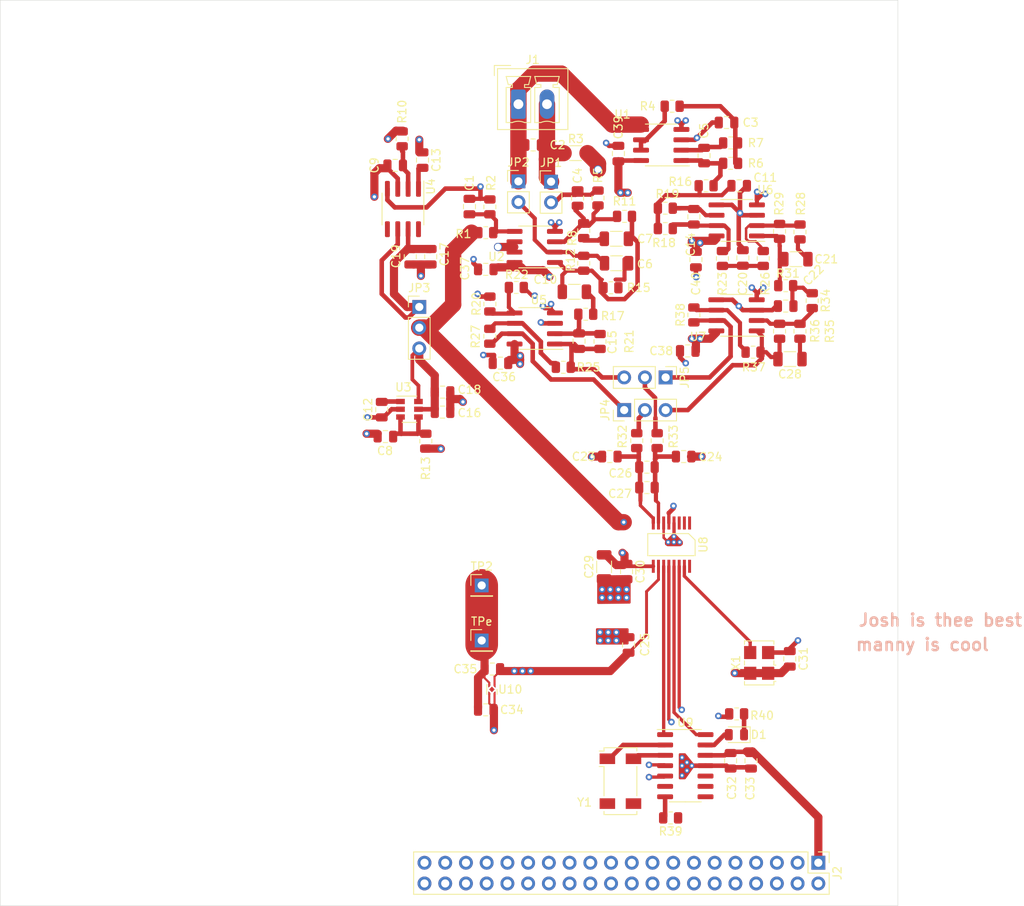
<source format=kicad_pcb>
(kicad_pcb (version 20171130) (host pcbnew "(5.1.8)-1")
  (layers (0 F.Cu signal) (1 In1.Cu signal) (2 In2.Cu signal hide) (31 B.Cu signal) (34 B.Paste user) (35 F.Paste user hide) (36 B.SilkS user) (37 F.SilkS user) (38 B.Mask user) (39 F.Mask user hide) (44 Edge.Cuts user))
  (net 0 "")
  (net 1 "Net-(C1-Pad2)")
  (net 2 GND)
  (net 3 "Net-(C3-Pad2)")
  (net 4 "Net-(C4-Pad1)")
  (net 5 "Net-(C5-Pad2)")
  (net 6 1.5v)
  (net 7 "Net-(C6-Pad2)")
  (net 8 "Net-(C6-Pad1)")
  (net 9 "Net-(C7-Pad1)")
  (net 10 "Net-(C8-Pad2)")
  (net 11 "Net-(C9-Pad2)")
  (net 12 "Net-(C10-Pad2)")
  (net 13 "Net-(C11-Pad2)")
  (net 14 "Net-(C12-Pad2)")
  (net 15 "Net-(C13-Pad2)")
  (net 16 "Net-(C14-Pad2)")
  (net 17 "Net-(C15-Pad1)")
  (net 18 "Net-(C16-Pad1)")
  (net 19 "Net-(C17-Pad1)")
  (net 20 "Net-(C20-Pad2)")
  (net 21 "Net-(C21-Pad2)")
  (net 22 "Net-(C21-Pad1)")
  (net 23 "Net-(C22-Pad2)")
  (net 24 "Net-(C23-Pad1)")
  (net 25 "Net-(C24-Pad2)")
  (net 26 +3V3)
  (net 27 "Net-(C28-Pad1)")
  (net 28 "Net-(D1-Pad2)")
  (net 29 "Net-(D1-Pad1)")
  (net 30 "Net-(J2-Pad40)")
  (net 31 "Net-(J2-Pad38)")
  (net 32 "Net-(J2-Pad37)")
  (net 33 "Net-(J2-Pad36)")
  (net 34 "Net-(J2-Pad35)")
  (net 35 "Net-(J2-Pad33)")
  (net 36 "Net-(J2-Pad32)")
  (net 37 "Net-(J2-Pad31)")
  (net 38 "Net-(J2-Pad29)")
  (net 39 "Net-(J2-Pad28)")
  (net 40 "Net-(J2-Pad27)")
  (net 41 "Net-(J2-Pad26)")
  (net 42 "Net-(J2-Pad24)")
  (net 43 "Net-(J2-Pad23)")
  (net 44 "Net-(J2-Pad22)")
  (net 45 "Net-(J2-Pad21)")
  (net 46 "Net-(J2-Pad19)")
  (net 47 "Net-(J2-Pad18)")
  (net 48 "Net-(J2-Pad17)")
  (net 49 "Net-(J2-Pad16)")
  (net 50 "Net-(J2-Pad15)")
  (net 51 "Net-(J2-Pad13)")
  (net 52 "Net-(J2-Pad12)")
  (net 53 "Net-(J2-Pad11)")
  (net 54 TxD)
  (net 55 RxD)
  (net 56 "Net-(J2-Pad7)")
  (net 57 "Net-(J2-Pad5)")
  (net 58 "Net-(J2-Pad4)")
  (net 59 "Net-(J2-Pad3)")
  (net 60 RefP)
  (net 61 "Net-(JP4-Pad2)")
  (net 62 OUTa+)
  (net 63 OUTa-)
  (net 64 "Net-(JP5-Pad2)")
  (net 65 +5V)
  (net 66 "Net-(R25-Pad1)")
  (net 67 "Net-(R34-Pad2)")
  (net 68 SWCLK)
  (net 69 CS)
  (net 70 MOSI)
  (net 71 MISO)
  (net 72 "Net-(U8-Pad3)")
  (net 73 SCK)
  (net 74 "Net-(U8-Pad2)")
  (net 75 "Net-(U8-Pad15)")
  (net 76 "Net-(U8-Pad1)")
  (net 77 "Net-(U8-Pad16)")
  (net 78 SWDIO)
  (net 79 ~RST)
  (net 80 OUTb+)
  (net 81 OUTb-)
  (net 82 "Net-(U9-Pad3)")
  (net 83 "Net-(U9-Pad2)")
  (net 84 G+)
  (net 85 G-)
  (net 86 "Net-(C4-Pad2)")
  (net 87 "Net-(C5-Pad1)")
  (net 88 "Net-(C10-Pad1)")
  (net 89 "Net-(C14-Pad1)")
  (net 90 "Net-(R4-Pad2)")
  (net 91 "Net-(R20-Pad1)")
  (net 92 "Net-(R26-Pad2)")
  (net 93 "Net-(R37-Pad1)")
  (net 94 "Net-(U4-Pad8)")
  (net 95 "Net-(U4-Pad5)")
  (net 96 VDD)
  (net 97 "Net-(U10-Pad5)")
  (module Resistor_SMD:R_0805_2012Metric (layer F.Cu) (at 140.5 112)
    (fp_text reference R18 (at -0.1625 1.75 180) (layer F.SilkS))
    (fp_text value 3.9k)
    (pad 2 smd roundrect (at 0.9125 0) (size 1.025 1.4) (layers F.Cu F.Paste F.Mask) (roundrect_rratio 0.243902) (net 16 "Net-(C14-Pad2)"))
    (pad 1 smd roundrect (at -0.9125 0) (size 1.025 1.4) (layers F.Cu F.Paste F.Mask) (roundrect_rratio 0.243902) (net 13 "Net-(C11-Pad2)"))
  )
  (module Connector_PinHeader_2.54mm:PinHeader_1x01_P2.54mm_Vertical (layer F.Cu) (at 118 155.75)
    (fp_text reference TP2 (at 0 -2.33) (layer F.SilkS))
    (fp_text value TestPoint)
    (pad 1 thru_hole rect (at 0 0) (size 1.7 1.7) (drill 1) (layers *.Cu *.Mask) (net 2 GND))
  )
  (module Connector_PinHeader_2.54mm:PinHeader_1x01_P2.54mm_Vertical (layer F.Cu) (at 118 162.5)
    (fp_text reference TPe (at 0 -2.33) (layer F.SilkS))
    (fp_text value TestPoint)
    (pad 1 thru_hole rect (at 0 0) (size 1.7 1.7) (drill 1) (layers *.Cu *.Mask) (net 2 GND))
  )
  (module seismobot-hardware:DFN-1010-4 (layer F.Cu) (at 119.25 168.5 270)
    (fp_text reference U10 (at 0 -2.25 180) (layer F.SilkS))
    (fp_text value AP7340)
    (pad 4 smd custom (at 0.54 -0.325 270) (size 0.22 0.25) (layers F.Cu F.Paste F.Mask) (net 65 +5V) (options (clearance outline) (anchor rect)) (primitives (gr_poly (pts (xy -0.11 -0.125) (xy -0.29 -0.125) (xy -0.29 -0.055) (xy -0.11 0.125)) (width 0))))
    (pad 3 smd custom (at 0.54 0.325 270) (size 0.22 0.25) (layers F.Cu F.Paste F.Mask) (net 65 +5V) (options (clearance outline) (anchor rect)) (primitives (gr_poly (pts (xy -0.11 0.125) (xy -0.29 0.125) (xy -0.29 0.055) (xy -0.11 -0.125)) (width 0))))
    (pad 1 smd custom (at -0.54 -0.325 270) (size 0.22 0.25) (layers F.Cu F.Paste F.Mask) (net 26 +3V3) (options (clearance outline) (anchor rect)) (primitives (gr_poly (pts (xy 0.11 -0.125) (xy 0.36 -0.125) (xy 0.11 0.125)) (width 0))))
    (pad 5 smd rect (at 0 0 315) (size 0.48 0.48) (layers F.Cu F.Paste F.Mask) (net 97 "Net-(U10-Pad5)"))
    (pad 2 smd custom (at -0.54 0.325 270) (size 0.22 0.25) (layers F.Cu F.Paste F.Mask) (net 2 GND) (options (clearance outline) (anchor rect)) (primitives (gr_poly (pts (xy 0.11 0.125) (xy 0.29 0.125) (xy 0.29 0.055) (xy 0.11 -0.125)) (width 0))))
  )
  (module Capacitor_SMD:C_0805_2012Metric (layer F.Cu) (at 155.75 164.75 270)
    (fp_text reference C31 (at 0 -1.68 90) (layer F.SilkS))
    (fp_text value 0.1u)
    (pad 2 smd roundrect (at 0.95 0 270) (size 1 1.45) (layers F.Cu F.Paste F.Mask) (net 26 +3V3))
    (pad 1 smd roundrect (at -0.95 0 270) (size 1 1.45) (layers F.Cu F.Paste F.Mask) (net 2 GND))
  )
  (module Oscillator:Oscillator_SMD_SeikoEpson_SG8002LB-4Pin_5.0x3.2mm (layer F.Cu) (at 152 165.25 90)
    (fp_text reference X1 (at 0 -2.85 90) (layer F.SilkS))
    (fp_text value SG-5032CAN)
    (pad 4 smd rect (at -1.27 -1.1 90) (size 1.6 1.5) (layers F.Cu F.Paste F.Mask) (net 26 +3V3))
    (pad 3 smd rect (at 1.27 -1.1 90) (size 1.6 1.5) (layers F.Cu F.Paste F.Mask) (net 75 "Net-(U8-Pad15)"))
    (pad 2 smd rect (at 1.27 1.1 90) (size 1.6 1.5) (layers F.Cu F.Paste F.Mask) (net 2 GND))
    (pad 1 smd rect (at -1.27 1.1 90) (size 1.6 1.5) (layers F.Cu F.Paste F.Mask) (net 26 +3V3))
  )
  (module Package_TO_SOT_SMD:SOT-23-6 (layer F.Cu) (at 109.15 134.15)
    (fp_text reference U3 (at -0.75 -2.7) (layer F.SilkS))
    (fp_text value ref-6)
    (pad 5 smd rect (at 1.1 0) (size 1.06 0.65) (layers F.Cu F.Paste F.Mask) (net 18 "Net-(C16-Pad1)"))
    (pad 6 smd rect (at 1.1 -0.95) (size 1.06 0.65) (layers F.Cu F.Paste F.Mask) (net 18 "Net-(C16-Pad1)"))
    (pad 4 smd rect (at 1.1 0.95) (size 1.06 0.65) (layers F.Cu F.Paste F.Mask) (net 10 "Net-(C8-Pad2)"))
    (pad 3 smd rect (at -1.1 0.95) (size 1.06 0.65) (layers F.Cu F.Paste F.Mask) (net 10 "Net-(C8-Pad2)"))
    (pad 2 smd rect (at -1.1 0) (size 1.06 0.65) (layers F.Cu F.Paste F.Mask) (net 2 GND))
    (pad 1 smd rect (at -1.1 -0.95) (size 1.06 0.65) (layers F.Cu F.Paste F.Mask) (net 14 "Net-(C12-Pad2)"))
  )
  (module Capacitor_SMD:C_0805_2012Metric (layer F.Cu) (at 107.4 104.25)
    (fp_text reference C9 (at -2.55 0 270) (layer F.SilkS))
    (fp_text value 0.1u)
    (pad 2 smd roundrect (at 0.95 0) (size 1 1.45) (layers F.Cu F.Paste F.Mask) (net 11 "Net-(C9-Pad2)"))
    (pad 1 smd roundrect (at -0.95 0) (size 1 1.45) (layers F.Cu F.Paste F.Mask) (net 2 GND))
  )
  (module Capacitor_SMD:C_0805_2012Metric (layer F.Cu) (at 106.2 137.5)
    (fp_text reference C8 (at -0.05 1.75) (layer F.SilkS))
    (fp_text value 0.1u)
    (pad 2 smd roundrect (at 0.95 0) (size 1 1.45) (layers F.Cu F.Paste F.Mask) (net 10 "Net-(C8-Pad2)"))
    (pad 1 smd roundrect (at -0.95 0) (size 1 1.45) (layers F.Cu F.Paste F.Mask) (net 2 GND))
  )
  (module Package_SO:SOIC-8_3.9x4.9mm_P1.27mm (layer F.Cu) (at 108.35 109.6 270)
    (fp_text reference U4 (at -2.75 -3.4 90) (layer F.SilkS))
    (fp_text value ref-8)
    (pad 8 smd roundrect (at 2.475 -1.905 270) (size 1.95 0.6) (layers F.Cu F.Paste F.Mask) (net 94 "Net-(U4-Pad8)"))
    (pad 7 smd roundrect (at 2.475 -0.635 270) (size 1.95 0.6) (layers F.Cu F.Paste F.Mask) (net 19 "Net-(C17-Pad1)"))
    (pad 6 smd roundrect (at 2.475 0.635 270) (size 1.95 0.6) (layers F.Cu F.Paste F.Mask) (net 19 "Net-(C17-Pad1)"))
    (pad 5 smd roundrect (at 2.475 1.905 270) (size 1.95 0.6) (layers F.Cu F.Paste F.Mask) (net 95 "Net-(U4-Pad5)"))
    (pad 4 smd roundrect (at -2.475 1.905 270) (size 1.95 0.6) (layers F.Cu F.Paste F.Mask) (net 2 GND))
    (pad 3 smd roundrect (at -2.475 0.635 270) (size 1.95 0.6) (layers F.Cu F.Paste F.Mask) (net 2 GND))
    (pad 2 smd roundrect (at -2.475 -0.635 270) (size 1.95 0.6) (layers F.Cu F.Paste F.Mask) (net 11 "Net-(C9-Pad2)"))
    (pad 1 smd roundrect (at -2.475 -1.905 270) (size 1.95 0.6) (layers F.Cu F.Paste F.Mask) (net 15 "Net-(C13-Pad2)"))
  )
  (module Capacitor_SMD:C_0805_2012Metric (layer F.Cu) (at 105.75 134.2 90)
    (fp_text reference C12 (at 0 -1.68 90) (layer F.SilkS))
    (fp_text value 0.1u)
    (pad 2 smd roundrect (at 0.95 0 90) (size 1 1.45) (layers F.Cu F.Paste F.Mask) (net 14 "Net-(C12-Pad2)"))
    (pad 1 smd roundrect (at -0.95 0 90) (size 1 1.45) (layers F.Cu F.Paste F.Mask) (net 2 GND))
  )
  (module Connector_PinHeader_2.54mm:PinHeader_1x03_P2.54mm_Vertical (layer F.Cu) (at 110.35 121.61)
    (fp_text reference JP3 (at 0 -2.33) (layer F.SilkS))
    (fp_text value Jumper_NC_Dual)
    (pad 3 thru_hole oval (at 0 5.08) (size 1.7 1.7) (drill 1) (layers *.Cu *.Mask) (net 18 "Net-(C16-Pad1)"))
    (pad 2 thru_hole oval (at 0 2.54) (size 1.7 1.7) (drill 1) (layers *.Cu *.Mask) (net 60 RefP))
    (pad 1 thru_hole rect (at 0 0) (size 1.7 1.7) (drill 1) (layers *.Cu *.Mask) (net 19 "Net-(C17-Pad1)"))
  )
  (module Capacitor_SMD:C_0805_2012Metric (layer F.Cu) (at 113.2 132.05)
    (fp_text reference C18 (at 3.3 -0.3) (layer F.SilkS))
    (fp_text value 1u)
    (pad 2 smd roundrect (at 0.95 0) (size 1 1.45) (layers F.Cu F.Paste F.Mask) (net 2 GND))
    (pad 1 smd roundrect (at -0.95 0) (size 1 1.45) (layers F.Cu F.Paste F.Mask) (net 18 "Net-(C16-Pad1)"))
  )
  (module Resistor_SMD:R_0805_2012Metric (layer F.Cu) (at 111.15 138.0625 90)
    (fp_text reference R13 (at -3.3375 0 90) (layer F.SilkS))
    (fp_text value 0)
    (pad 2 smd roundrect (at 0.9125 0 90) (size 1.025 1.4) (layers F.Cu F.Paste F.Mask) (roundrect_rratio 0.243902) (net 10 "Net-(C8-Pad2)"))
    (pad 1 smd roundrect (at -0.9125 0 90) (size 1.025 1.4) (layers F.Cu F.Paste F.Mask) (roundrect_rratio 0.243902) (net 26 +3V3))
  )
  (module Capacitor_SMD:C_0805_2012Metric (layer F.Cu) (at 109.25 115.45 270)
    (fp_text reference C19 (at -0.05 1.75 90) (layer F.SilkS))
    (fp_text value 1u)
    (pad 2 smd roundrect (at 0.95 0 270) (size 1 1.45) (layers F.Cu F.Paste F.Mask) (net 2 GND))
    (pad 1 smd roundrect (at -0.95 0 270) (size 1 1.45) (layers F.Cu F.Paste F.Mask) (net 19 "Net-(C17-Pad1)"))
  )
  (module Capacitor_SMD:C_0805_2012Metric (layer F.Cu) (at 113.2 134.5)
    (fp_text reference C16 (at 3.3 0.1 180) (layer F.SilkS))
    (fp_text value 0.1u)
    (pad 2 smd roundrect (at 0.95 0) (size 1 1.45) (layers F.Cu F.Paste F.Mask) (net 2 GND))
    (pad 1 smd roundrect (at -0.95 0) (size 1 1.45) (layers F.Cu F.Paste F.Mask) (net 18 "Net-(C16-Pad1)"))
  )
  (module Capacitor_SMD:C_0805_2012Metric (layer F.Cu) (at 111.75 115.45 270)
    (fp_text reference C17 (at -0.3 -1.68 90) (layer F.SilkS))
    (fp_text value 0.1u)
    (pad 2 smd roundrect (at 0.95 0 270) (size 1 1.45) (layers F.Cu F.Paste F.Mask) (net 2 GND))
    (pad 1 smd roundrect (at -0.95 0 270) (size 1 1.45) (layers F.Cu F.Paste F.Mask) (net 19 "Net-(C17-Pad1)"))
  )
  (module Resistor_SMD:R_0805_2012Metric (layer F.Cu) (at 108.25 101 270)
    (fp_text reference R10 (at -3.3375 0 90) (layer F.SilkS))
    (fp_text value 0)
    (pad 2 smd roundrect (at 0.9125 0 270) (size 1.025 1.4) (layers F.Cu F.Paste F.Mask) (roundrect_rratio 0.243902) (net 11 "Net-(C9-Pad2)"))
    (pad 1 smd roundrect (at -0.9125 0 270) (size 1.025 1.4) (layers F.Cu F.Paste F.Mask) (roundrect_rratio 0.243902) (net 26 +3V3))
  )
  (module Capacitor_SMD:C_0805_2012Metric (layer F.Cu) (at 110.75 103.6 270)
    (fp_text reference C13 (at 0 -1.68 90) (layer F.SilkS))
    (fp_text value 0.1u)
    (pad 2 smd roundrect (at 0.95 0 270) (size 1 1.45) (layers F.Cu F.Paste F.Mask) (net 15 "Net-(C13-Pad2)"))
    (pad 1 smd roundrect (at -0.95 0 270) (size 1 1.45) (layers F.Cu F.Paste F.Mask) (net 2 GND))
  )
  (module Capacitor_SMD:C_0805_2012Metric (layer F.Cu) (at 144.25 115.8 270)
    (fp_text reference C40 (at 2.95 0 270) (layer F.SilkS))
    (fp_text value 1u)
    (pad 2 smd roundrect (at 0.95 0 270) (size 1 1.45) (layers F.Cu F.Paste F.Mask) (net 2 GND))
    (pad 1 smd roundrect (at -0.95 0 270) (size 1 1.45) (layers F.Cu F.Paste F.Mask) (net 26 +3V3))
  )
  (module Capacitor_SMD:C_0805_2012Metric (layer F.Cu) (at 134.75 102.8 90)
    (fp_text reference C39 (at 3.2 0 90) (layer F.SilkS))
    (fp_text value 1u)
    (pad 2 smd roundrect (at 0.95 0 90) (size 1 1.45) (layers F.Cu F.Paste F.Mask) (net 2 GND))
    (pad 1 smd roundrect (at -0.95 0 90) (size 1 1.45) (layers F.Cu F.Paste F.Mask) (net 26 +3V3))
  )
  (module Capacitor_SMD:C_0805_2012Metric (layer F.Cu) (at 143.25 127 180)
    (fp_text reference C38 (at 3.25 0) (layer F.SilkS))
    (fp_text value 1u)
    (pad 2 smd roundrect (at 0.95 0 180) (size 1 1.45) (layers F.Cu F.Paste F.Mask) (net 2 GND))
    (pad 1 smd roundrect (at -0.95 0 180) (size 1 1.45) (layers F.Cu F.Paste F.Mask) (net 26 +3V3))
  )
  (module Capacitor_SMD:C_0805_2012Metric (layer F.Cu) (at 118.5 117 180)
    (fp_text reference C37 (at 2.55 0.1 90) (layer F.SilkS))
    (fp_text value 1u)
    (pad 2 smd roundrect (at 0.95 0 180) (size 1 1.45) (layers F.Cu F.Paste F.Mask) (net 2 GND))
    (pad 1 smd roundrect (at -0.95 0 180) (size 1 1.45) (layers F.Cu F.Paste F.Mask) (net 26 +3V3))
  )
  (module Capacitor_SMD:C_0805_2012Metric (layer F.Cu) (at 120.3 128.5 180)
    (fp_text reference C36 (at -0.45 -1.7) (layer F.SilkS))
    (fp_text value 1u)
    (pad 2 smd roundrect (at 0.95 0 180) (size 1 1.45) (layers F.Cu F.Paste F.Mask) (net 2 GND))
    (pad 1 smd roundrect (at -0.95 0 180) (size 1 1.45) (layers F.Cu F.Paste F.Mask) (net 26 +3V3))
  )
  (module Capacitor_SMD:C_0805_2012Metric (layer F.Cu) (at 119.3 166 180)
    (fp_text reference C35 (at 3.3 0) (layer F.SilkS))
    (fp_text value 0.47u)
    (pad 1 smd roundrect (at -0.95 0 180) (size 1 1.45) (layers F.Cu F.Paste F.Mask) (net 26 +3V3))
    (pad 2 smd roundrect (at 0.95 0 180) (size 1 1.45) (layers F.Cu F.Paste F.Mask) (net 2 GND))
  )
  (module Capacitor_SMD:C_0805_2012Metric (layer F.Cu) (at 118.5 171 180)
    (fp_text reference C34 (at -3.2 0) (layer F.SilkS))
    (fp_text value 0.47u)
    (pad 1 smd roundrect (at -0.95 0 180) (size 1 1.45) (layers F.Cu F.Paste F.Mask) (net 65 +5V))
    (pad 2 smd roundrect (at 0.95 0 180) (size 1 1.45) (layers F.Cu F.Paste F.Mask) (net 2 GND))
  )
  (module Connector_PinHeader_2.54mm:PinHeader_1x03_P2.54mm_Vertical (layer F.Cu) (at 140.54 130.25 270)
    (fp_text reference JP5 (at 0 -2.33 90) (layer F.SilkS))
    (fp_text value Jumper_NC_Dual)
    (pad 3 thru_hole oval (at 0 5.08 270) (size 1.7 1.7) (drill 1) (layers *.Cu *.Mask) (net 63 OUTa-))
    (pad 2 thru_hole oval (at 0 2.54 270) (size 1.7 1.7) (drill 1) (layers *.Cu *.Mask) (net 64 "Net-(JP5-Pad2)"))
    (pad 1 thru_hole rect (at 0 0 270) (size 1.7 1.7) (drill 1) (layers *.Cu *.Mask) (net 81 OUTb-))
  )
  (module Connector_PinHeader_2.54mm:PinHeader_2x20_P2.54mm_Vertical (layer F.Cu) (at 159.25 189.75 270)
    (fp_text reference J2 (at 1.27 -2.33 90) (layer F.SilkS))
    (fp_text value Raspberry_Pi_2_3)
    (pad 40 thru_hole oval (at 2.54 48.26 270) (size 1.7 1.7) (drill 1) (layers *.Cu *.Mask) (net 30 "Net-(J2-Pad40)"))
    (pad 39 thru_hole oval (at 0 48.26 270) (size 1.7 1.7) (drill 1) (layers *.Cu *.Mask) (net 2 GND))
    (pad 38 thru_hole oval (at 2.54 45.72 270) (size 1.7 1.7) (drill 1) (layers *.Cu *.Mask) (net 31 "Net-(J2-Pad38)"))
    (pad 37 thru_hole oval (at 0 45.72 270) (size 1.7 1.7) (drill 1) (layers *.Cu *.Mask) (net 32 "Net-(J2-Pad37)"))
    (pad 36 thru_hole oval (at 2.54 43.18 270) (size 1.7 1.7) (drill 1) (layers *.Cu *.Mask) (net 33 "Net-(J2-Pad36)"))
    (pad 35 thru_hole oval (at 0 43.18 270) (size 1.7 1.7) (drill 1) (layers *.Cu *.Mask) (net 34 "Net-(J2-Pad35)"))
    (pad 34 thru_hole oval (at 2.54 40.64 270) (size 1.7 1.7) (drill 1) (layers *.Cu *.Mask) (net 2 GND))
    (pad 33 thru_hole oval (at 0 40.64 270) (size 1.7 1.7) (drill 1) (layers *.Cu *.Mask) (net 35 "Net-(J2-Pad33)"))
    (pad 32 thru_hole oval (at 2.54 38.1 270) (size 1.7 1.7) (drill 1) (layers *.Cu *.Mask) (net 36 "Net-(J2-Pad32)"))
    (pad 31 thru_hole oval (at 0 38.1 270) (size 1.7 1.7) (drill 1) (layers *.Cu *.Mask) (net 37 "Net-(J2-Pad31)"))
    (pad 30 thru_hole oval (at 2.54 35.56 270) (size 1.7 1.7) (drill 1) (layers *.Cu *.Mask) (net 2 GND))
    (pad 29 thru_hole oval (at 0 35.56 270) (size 1.7 1.7) (drill 1) (layers *.Cu *.Mask) (net 38 "Net-(J2-Pad29)"))
    (pad 28 thru_hole oval (at 2.54 33.02 270) (size 1.7 1.7) (drill 1) (layers *.Cu *.Mask) (net 39 "Net-(J2-Pad28)"))
    (pad 27 thru_hole oval (at 0 33.02 270) (size 1.7 1.7) (drill 1) (layers *.Cu *.Mask) (net 40 "Net-(J2-Pad27)"))
    (pad 26 thru_hole oval (at 2.54 30.48 270) (size 1.7 1.7) (drill 1) (layers *.Cu *.Mask) (net 41 "Net-(J2-Pad26)"))
    (pad 25 thru_hole oval (at 0 30.48 270) (size 1.7 1.7) (drill 1) (layers *.Cu *.Mask) (net 2 GND))
    (pad 24 thru_hole oval (at 2.54 27.94 270) (size 1.7 1.7) (drill 1) (layers *.Cu *.Mask) (net 42 "Net-(J2-Pad24)"))
    (pad 23 thru_hole oval (at 0 27.94 270) (size 1.7 1.7) (drill 1) (layers *.Cu *.Mask) (net 43 "Net-(J2-Pad23)"))
    (pad 22 thru_hole oval (at 2.54 25.4 270) (size 1.7 1.7) (drill 1) (layers *.Cu *.Mask) (net 44 "Net-(J2-Pad22)"))
    (pad 21 thru_hole oval (at 0 25.4 270) (size 1.7 1.7) (drill 1) (layers *.Cu *.Mask) (net 45 "Net-(J2-Pad21)"))
    (pad 20 thru_hole oval (at 2.54 22.86 270) (size 1.7 1.7) (drill 1) (layers *.Cu *.Mask) (net 2 GND))
    (pad 19 thru_hole oval (at 0 22.86 270) (size 1.7 1.7) (drill 1) (layers *.Cu *.Mask) (net 46 "Net-(J2-Pad19)"))
    (pad 18 thru_hole oval (at 2.54 20.32 270) (size 1.7 1.7) (drill 1) (layers *.Cu *.Mask) (net 47 "Net-(J2-Pad18)"))
    (pad 17 thru_hole oval (at 0 20.32 270) (size 1.7 1.7) (drill 1) (layers *.Cu *.Mask) (net 48 "Net-(J2-Pad17)"))
    (pad 16 thru_hole oval (at 2.54 17.78 270) (size 1.7 1.7) (drill 1) (layers *.Cu *.Mask) (net 49 "Net-(J2-Pad16)"))
    (pad 15 thru_hole oval (at 0 17.78 270) (size 1.7 1.7) (drill 1) (layers *.Cu *.Mask) (net 50 "Net-(J2-Pad15)"))
    (pad 14 thru_hole oval (at 2.54 15.24 270) (size 1.7 1.7) (drill 1) (layers *.Cu *.Mask) (net 2 GND))
    (pad 13 thru_hole oval (at 0 15.24 270) (size 1.7 1.7) (drill 1) (layers *.Cu *.Mask) (net 51 "Net-(J2-Pad13)"))
    (pad 12 thru_hole oval (at 2.54 12.7 270) (size 1.7 1.7) (drill 1) (layers *.Cu *.Mask) (net 52 "Net-(J2-Pad12)"))
    (pad 11 thru_hole oval (at 0 12.7 270) (size 1.7 1.7) (drill 1) (layers *.Cu *.Mask) (net 53 "Net-(J2-Pad11)"))
    (pad 10 thru_hole oval (at 2.54 10.16 270) (size 1.7 1.7) (drill 1) (layers *.Cu *.Mask) (net 54 TxD))
    (pad 9 thru_hole oval (at 0 10.16 270) (size 1.7 1.7) (drill 1) (layers *.Cu *.Mask) (net 2 GND))
    (pad 8 thru_hole oval (at 2.54 7.62 270) (size 1.7 1.7) (drill 1) (layers *.Cu *.Mask) (net 55 RxD))
    (pad 7 thru_hole oval (at 0 7.62 270) (size 1.7 1.7) (drill 1) (layers *.Cu *.Mask) (net 56 "Net-(J2-Pad7)"))
    (pad 6 thru_hole oval (at 2.54 5.08 270) (size 1.7 1.7) (drill 1) (layers *.Cu *.Mask) (net 2 GND))
    (pad 5 thru_hole oval (at 0 5.08 270) (size 1.7 1.7) (drill 1) (layers *.Cu *.Mask) (net 57 "Net-(J2-Pad5)"))
    (pad 4 thru_hole oval (at 2.54 2.54 270) (size 1.7 1.7) (drill 1) (layers *.Cu *.Mask) (net 58 "Net-(J2-Pad4)"))
    (pad 3 thru_hole oval (at 0 2.54 270) (size 1.7 1.7) (drill 1) (layers *.Cu *.Mask) (net 59 "Net-(J2-Pad3)"))
    (pad 2 thru_hole oval (at 2.54 0 270) (size 1.7 1.7) (drill 1) (layers *.Cu *.Mask) (net 65 +5V))
    (pad 1 thru_hole rect (at 0 0 270) (size 1.7 1.7) (drill 1) (layers *.Cu *.Mask) (net 96 VDD))
  )
  (module Connector_Phoenix_MC:PhoenixContact_MCV_1,5_2-G-3.5_1x02_P3.50mm_Vertical (layer F.Cu) (at 122.5 96.75)
    (fp_text reference J1 (at 1.75 -5.45) (layer F.SilkS))
    (fp_text value Screw_Terminal_01x02)
    (pad 2 thru_hole oval (at 3.5 0) (size 1.8 3.6) (drill 1.2) (layers *.Cu *.Mask) (net 84 G+))
    (pad 1 thru_hole roundrect (at 0 0) (size 1.8 3.6) (drill 1.2) (layers *.Cu *.Mask) (roundrect_rratio 0.138889) (net 85 G-))
  )
  (module Connector_PinHeader_2.54mm:PinHeader_1x03_P2.54mm_Vertical (layer F.Cu) (at 135.46 134.25 90)
    (fp_text reference JP4 (at 0 -2.33 90) (layer F.SilkS))
    (fp_text value Jumper_NC_Dual)
    (pad 3 thru_hole oval (at 0 5.08 90) (size 1.7 1.7) (drill 1) (layers *.Cu *.Mask) (net 80 OUTb+))
    (pad 2 thru_hole oval (at 0 2.54 90) (size 1.7 1.7) (drill 1) (layers *.Cu *.Mask) (net 61 "Net-(JP4-Pad2)"))
    (pad 1 thru_hole rect (at 0 0 90) (size 1.7 1.7) (drill 1) (layers *.Cu *.Mask) (net 62 OUTa+))
  )
  (module Connector_PinHeader_2.54mm:PinHeader_1x02_P2.54mm_Vertical (layer F.Cu) (at 126.5 106.25)
    (fp_text reference JP1 (at 0 -2.33) (layer F.SilkS))
    (fp_text value Jumper_2_Open)
    (pad 2 thru_hole oval (at 0 2.54) (size 1.7 1.7) (drill 1) (layers *.Cu *.Mask) (net 4 "Net-(C4-Pad1)"))
    (pad 1 thru_hole rect (at 0 0) (size 1.7 1.7) (drill 1) (layers *.Cu *.Mask) (net 84 G+))
  )
  (module Connector_PinHeader_2.54mm:PinHeader_1x02_P2.54mm_Vertical (layer F.Cu) (at 122.5 106.21)
    (fp_text reference JP2 (at 0 -2.33) (layer F.SilkS))
    (fp_text value Jumper_2_Open)
    (pad 2 thru_hole oval (at 0 2.54) (size 1.7 1.7) (drill 1) (layers *.Cu *.Mask) (net 7 "Net-(C6-Pad2)"))
    (pad 1 thru_hole rect (at 0 0) (size 1.7 1.7) (drill 1) (layers *.Cu *.Mask) (net 85 G-))
  )
  (module Capacitor_SMD:C_0805_2012Metric (layer F.Cu) (at 124.3 101.75)
    (fp_text reference C2 (at 3 0) (layer F.SilkS))
    (fp_text value 1n)
    (pad 2 smd roundrect (at 0.95 0) (size 1 1.45) (layers F.Cu F.Paste F.Mask) (net 84 G+))
    (pad 1 smd roundrect (at -0.95 0) (size 1 1.45) (layers F.Cu F.Paste F.Mask) (net 85 G-))
  )
  (module Package_SO:SOIC-8_3.9x4.9mm_P1.27mm (layer F.Cu) (at 124.5 124.25 180)
    (fp_text reference U5 (at -0.5 3.5) (layer F.SilkS))
    (fp_text value LTC6011)
    (pad 8 smd roundrect (at 2.475 -1.905 180) (size 1.95 0.6) (layers F.Cu F.Paste F.Mask) (net 26 +3V3))
    (pad 7 smd roundrect (at 2.475 -0.635 180) (size 1.95 0.6) (layers F.Cu F.Paste F.Mask) (net 62 OUTa+))
    (pad 6 smd roundrect (at 2.475 0.635 180) (size 1.95 0.6) (layers F.Cu F.Paste F.Mask) (net 66 "Net-(R25-Pad1)"))
    (pad 5 smd roundrect (at 2.475 1.905 180) (size 1.95 0.6) (layers F.Cu F.Paste F.Mask) (net 91 "Net-(R20-Pad1)"))
    (pad 4 smd roundrect (at -2.475 1.905 180) (size 1.95 0.6) (layers F.Cu F.Paste F.Mask) (net 2 GND))
    (pad 3 smd roundrect (at -2.475 0.635 180) (size 1.95 0.6) (layers F.Cu F.Paste F.Mask) (net 6 1.5v))
    (pad 2 smd roundrect (at -2.475 -0.635 180) (size 1.95 0.6) (layers F.Cu F.Paste F.Mask) (net 17 "Net-(C15-Pad1)"))
    (pad 1 smd roundrect (at -2.475 -1.905 180) (size 1.95 0.6) (layers F.Cu F.Paste F.Mask) (net 63 OUTa-))
  )
  (module seismobot-hardware:Crystal_SMD_Suntsu_SWS83412D16-4Pin_8.0x3.8mm (layer F.Cu) (at 135 179.75)
    (fp_text reference Y1 (at -4.4 2.6 180) (layer F.SilkS))
    (fp_text value Crystal)
    (pad 1 smd rect (at -1.6 -2.75 270) (size 1.3 1.9) (layers F.Cu F.Paste F.Mask) (net 83 "Net-(U9-Pad2)"))
    (pad 2 smd rect (at -1.6 2.75 270) (size 1.3 1.9) (layers F.Cu F.Paste F.Mask))
    (pad 3 smd rect (at 1.6 2.75 270) (size 1.3 1.9) (layers F.Cu F.Paste F.Mask))
    (pad 4 smd rect (at 1.6 -2.75 270) (size 1.3 1.9) (layers F.Cu F.Paste F.Mask) (net 82 "Net-(U9-Pad3)"))
  )
  (module Package_SO:SOIC-8_3.9x4.9mm_P1.27mm (layer F.Cu) (at 149.25 111 180)
    (fp_text reference U6 (at -3.5 3.75) (layer F.SilkS))
    (fp_text value OPA2156xD)
    (pad 8 smd roundrect (at 2.475 -1.905 180) (size 1.95 0.6) (layers F.Cu F.Paste F.Mask) (net 26 +3V3))
    (pad 7 smd roundrect (at 2.475 -0.635 180) (size 1.95 0.6) (layers F.Cu F.Paste F.Mask) (net 16 "Net-(C14-Pad2)"))
    (pad 6 smd roundrect (at 2.475 0.635 180) (size 1.95 0.6) (layers F.Cu F.Paste F.Mask) (net 89 "Net-(C14-Pad1)"))
    (pad 5 smd roundrect (at 2.475 1.905 180) (size 1.95 0.6) (layers F.Cu F.Paste F.Mask) (net 6 1.5v))
    (pad 4 smd roundrect (at -2.475 1.905 180) (size 1.95 0.6) (layers F.Cu F.Paste F.Mask) (net 2 GND))
    (pad 3 smd roundrect (at -2.475 0.635 180) (size 1.95 0.6) (layers F.Cu F.Paste F.Mask) (net 6 1.5v))
    (pad 2 smd roundrect (at -2.475 -0.635 180) (size 1.95 0.6) (layers F.Cu F.Paste F.Mask) (net 92 "Net-(R26-Pad2)"))
    (pad 1 smd roundrect (at -2.475 -1.905 180) (size 1.95 0.6) (layers F.Cu F.Paste F.Mask) (net 21 "Net-(C21-Pad2)"))
  )
  (module Resistor_SMD:R_1206_3216Metric (layer F.Cu) (at 129.5 102.75 180)
    (fp_text reference R3 (at -0.0375 1.75 180) (layer F.SilkS))
    (fp_text value 3.5)
    (pad 2 smd roundrect (at 1.4625 0 180) (size 1.125 1.75) (layers F.Cu F.Paste F.Mask) (roundrect_rratio 0.222222) (net 84 G+))
    (pad 1 smd roundrect (at -1.4625 0 180) (size 1.125 1.75) (layers F.Cu F.Paste F.Mask) (roundrect_rratio 0.222222) (net 6 1.5v))
  )
  (module Resistor_SMD:R_0805_2012Metric (layer F.Cu) (at 130.75 122.5)
    (fp_text reference R17 (at 3.3053 0.219) (layer F.SilkS))
    (fp_text value 99k)
    (pad 2 smd roundrect (at 0.9125 0) (size 1.025 1.4) (layers F.Cu F.Paste F.Mask) (roundrect_rratio 0.243902) (net 12 "Net-(C10-Pad2)"))
    (pad 1 smd roundrect (at -0.9125 0) (size 1.025 1.4) (layers F.Cu F.Paste F.Mask) (roundrect_rratio 0.243902) (net 17 "Net-(C15-Pad1)"))
  )
  (module Capacitor_SMD:C_1206_3216Metric (layer F.Cu) (at 129.3546 119.75)
    (fp_text reference C10 (at -3.5546 -1.4934) (layer F.SilkS))
    (fp_text value 10u)
    (pad 2 smd roundrect (at 1.475 0) (size 1.15 1.8) (layers F.Cu F.Paste F.Mask) (roundrect_rratio 0.217391) (net 12 "Net-(C10-Pad2)"))
    (pad 1 smd roundrect (at -1.475 0) (size 1.15 1.8) (layers F.Cu F.Paste F.Mask) (roundrect_rratio 0.217391) (net 88 "Net-(C10-Pad1)"))
  )
  (module Resistor_SMD:R_0805_2012Metric (layer F.Cu) (at 144 122.5875 90)
    (fp_text reference R38 (at 0 -1.65 90) (layer F.SilkS))
    (fp_text value 5k)
    (pad 2 smd roundrect (at 0.9125 0 90) (size 1.025 1.4) (layers F.Cu F.Paste F.Mask) (roundrect_rratio 0.243902) (net 93 "Net-(R37-Pad1)"))
    (pad 1 smd roundrect (at -0.9125 0 90) (size 1.025 1.4) (layers F.Cu F.Paste F.Mask) (roundrect_rratio 0.243902) (net 81 OUTb-))
  )
  (module Resistor_SMD:R_0805_2012Metric (layer F.Cu) (at 151.25 127.15)
    (fp_text reference R37 (at 0.0875 1.85) (layer F.SilkS))
    (fp_text value 5k)
    (pad 2 smd roundrect (at 0.9125 0) (size 1.025 1.4) (layers F.Cu F.Paste F.Mask) (roundrect_rratio 0.243902) (net 80 OUTb+))
    (pad 1 smd roundrect (at -0.9125 0) (size 1.025 1.4) (layers F.Cu F.Paste F.Mask) (roundrect_rratio 0.243902) (net 93 "Net-(R37-Pad1)"))
  )
  (module Package_SO:SOIC-14_3.9x8.7mm_P1.27mm (layer F.Cu) (at 142.95 177.85)
    (fp_text reference U9 (at 0 -5.28) (layer F.SilkS))
    (fp_text value ATSAMD09C13A-SS)
    (pad 14 smd roundrect (at 2.475 -3.81) (size 1.95 0.6) (layers F.Cu F.Paste F.Mask) (net 71 MISO))
    (pad 13 smd roundrect (at 2.475 -2.54) (size 1.95 0.6) (layers F.Cu F.Paste F.Mask) (net 28 "Net-(D1-Pad2)"))
    (pad 12 smd roundrect (at 2.475 -1.27) (size 1.95 0.6) (layers F.Cu F.Paste F.Mask) (net 96 VDD))
    (pad 11 smd roundrect (at 2.475 0) (size 1.95 0.6) (layers F.Cu F.Paste F.Mask) (net 2 GND))
    (pad 10 smd roundrect (at 2.475 1.27) (size 1.95 0.6) (layers F.Cu F.Paste F.Mask) (net 55 RxD))
    (pad 9 smd roundrect (at 2.475 2.54) (size 1.95 0.6) (layers F.Cu F.Paste F.Mask) (net 54 TxD))
    (pad 8 smd roundrect (at 2.475 3.81) (size 1.95 0.6) (layers F.Cu F.Paste F.Mask) (net 78 SWDIO))
    (pad 7 smd roundrect (at -2.475 3.81) (size 1.95 0.6) (layers F.Cu F.Paste F.Mask) (net 68 SWCLK))
    (pad 6 smd roundrect (at -2.475 2.54) (size 1.95 0.6) (layers F.Cu F.Paste F.Mask) (net 79 ~RST))
    (pad 5 smd roundrect (at -2.475 1.27) (size 1.95 0.6) (layers F.Cu F.Paste F.Mask) (net 73 SCK))
    (pad 4 smd roundrect (at -2.475 0) (size 1.95 0.6) (layers F.Cu F.Paste F.Mask) (net 70 MOSI))
    (pad 3 smd roundrect (at -2.475 -1.27) (size 1.95 0.6) (layers F.Cu F.Paste F.Mask) (net 82 "Net-(U9-Pad3)"))
    (pad 2 smd roundrect (at -2.475 -2.54) (size 1.95 0.6) (layers F.Cu F.Paste F.Mask) (net 83 "Net-(U9-Pad2)"))
    (pad 1 smd roundrect (at -2.475 -3.81) (size 1.95 0.6) (layers F.Cu F.Paste F.Mask) (net 69 CS))
  )
  (module seismobot-hardware:QSOP-16 (layer F.Cu) (at 141.25 150.75 180)
    (fp_text reference U8 (at -3.9025 0 90) (layer F.SilkS))
    (fp_text value MAX11200)
    (pad 8 smd rect (at 2.2225 2.655 180) (size 0.36 1.6) (layers F.Cu F.Paste F.Mask) (net 24 "Net-(C23-Pad1)"))
    (pad 9 smd rect (at 2.2225 -2.655 180) (size 0.36 1.6) (layers F.Cu F.Paste F.Mask) (net 26 +3V3))
    (pad 7 smd rect (at 1.5875 2.655 180) (size 0.36 1.6) (layers F.Cu F.Paste F.Mask) (net 25 "Net-(C24-Pad2)"))
    (pad 10 smd rect (at 1.5875 -2.655 180) (size 0.36 1.6) (layers F.Cu F.Paste F.Mask) (net 26 +3V3))
    (pad 6 smd rect (at 0.9525 2.655 180) (size 0.36 1.6) (layers F.Cu F.Paste F.Mask) (net 2 GND))
    (pad 11 smd rect (at 0.9525 -2.655 180) (size 0.36 1.6) (layers F.Cu F.Paste F.Mask) (net 69 CS))
    (pad 5 smd rect (at 0.3175 2.655 180) (size 0.36 1.6) (layers F.Cu F.Paste F.Mask) (net 60 RefP))
    (pad 12 smd rect (at 0.3175 -2.655 180) (size 0.36 1.6) (layers F.Cu F.Paste F.Mask) (net 70 MOSI))
    (pad 4 smd rect (at -0.3175 2.655 180) (size 0.36 1.6) (layers F.Cu F.Paste F.Mask) (net 2 GND))
    (pad 13 smd rect (at -0.3175 -2.655 180) (size 0.36 1.6) (layers F.Cu F.Paste F.Mask) (net 71 MISO))
    (pad 3 smd rect (at -0.9525 2.655 180) (size 0.36 1.6) (layers F.Cu F.Paste F.Mask) (net 72 "Net-(U8-Pad3)"))
    (pad 14 smd rect (at -0.9525 -2.655 180) (size 0.36 1.6) (layers F.Cu F.Paste F.Mask) (net 73 SCK))
    (pad 2 smd rect (at -1.5875 2.655 180) (size 0.36 1.6) (layers F.Cu F.Paste F.Mask) (net 74 "Net-(U8-Pad2)"))
    (pad 15 smd rect (at -1.5875 -2.655 180) (size 0.36 1.6) (layers F.Cu F.Paste F.Mask) (net 75 "Net-(U8-Pad15)"))
    (pad 1 smd rect (at -2.2225 2.655 180) (size 0.36 1.6) (layers F.Cu F.Paste F.Mask) (net 76 "Net-(U8-Pad1)"))
    (pad 16 smd rect (at -2.2225 -2.655 180) (size 0.36 1.6) (layers F.Cu F.Paste F.Mask) (net 77 "Net-(U8-Pad16)"))
  )
  (module Package_SO:SOIC-8_3.9x4.9mm_P1.27mm (layer F.Cu) (at 149.225 122.635 180)
    (fp_text reference U7 (at 4.725 -2.615) (layer F.SilkS))
    (fp_text value OPA2156xD)
    (pad 8 smd roundrect (at 2.475 -1.905 180) (size 1.95 0.6) (layers F.Cu F.Paste F.Mask) (net 26 +3V3))
    (pad 7 smd roundrect (at 2.475 -0.635 180) (size 1.95 0.6) (layers F.Cu F.Paste F.Mask) (net 81 OUTb-))
    (pad 6 smd roundrect (at 2.475 0.635 180) (size 1.95 0.6) (layers F.Cu F.Paste F.Mask) (net 93 "Net-(R37-Pad1)"))
    (pad 5 smd roundrect (at 2.475 1.905 180) (size 1.95 0.6) (layers F.Cu F.Paste F.Mask) (net 6 1.5v))
    (pad 4 smd roundrect (at -2.475 1.905 180) (size 1.95 0.6) (layers F.Cu F.Paste F.Mask) (net 2 GND))
    (pad 3 smd roundrect (at -2.475 0.635 180) (size 1.95 0.6) (layers F.Cu F.Paste F.Mask) (net 6 1.5v))
    (pad 2 smd roundrect (at -2.475 -0.635 180) (size 1.95 0.6) (layers F.Cu F.Paste F.Mask) (net 67 "Net-(R34-Pad2)"))
    (pad 1 smd roundrect (at -2.475 -1.905 180) (size 1.95 0.6) (layers F.Cu F.Paste F.Mask) (net 80 OUTb+))
  )
  (module Package_SO:SOIC-8_3.9x4.9mm_P1.27mm (layer F.Cu) (at 140 101.75 180)
    (fp_text reference U1 (at 4.75 3.75) (layer F.SilkS))
    (fp_text value OPA2156xD)
    (pad 8 smd roundrect (at 2.475 -1.905 180) (size 1.95 0.6) (layers F.Cu F.Paste F.Mask) (net 26 +3V3))
    (pad 7 smd roundrect (at 2.475 -0.635 180) (size 1.95 0.6) (layers F.Cu F.Paste F.Mask) (net 90 "Net-(R4-Pad2)"))
    (pad 6 smd roundrect (at 2.475 0.635 180) (size 1.95 0.6) (layers F.Cu F.Paste F.Mask) (net 90 "Net-(R4-Pad2)"))
    (pad 5 smd roundrect (at 2.475 1.905 180) (size 1.95 0.6) (layers F.Cu F.Paste F.Mask) (net 85 G-))
    (pad 4 smd roundrect (at -2.475 1.905 180) (size 1.95 0.6) (layers F.Cu F.Paste F.Mask) (net 2 GND))
    (pad 3 smd roundrect (at -2.475 0.635 180) (size 1.95 0.6) (layers F.Cu F.Paste F.Mask) (net 6 1.5v))
    (pad 2 smd roundrect (at -2.475 -0.635 180) (size 1.95 0.6) (layers F.Cu F.Paste F.Mask) (net 87 "Net-(C5-Pad1)"))
    (pad 1 smd roundrect (at -2.475 -1.905 180) (size 1.95 0.6) (layers F.Cu F.Paste F.Mask) (net 5 "Net-(C5-Pad2)"))
  )
  (module Package_SO:SOIC-8_3.9x4.9mm_P1.27mm (layer F.Cu) (at 124.5 114.25 180)
    (fp_text reference U2 (at 4.7 -1.2) (layer F.SilkS))
    (fp_text value OPA2156xD)
    (pad 8 smd roundrect (at 2.475 -1.905 180) (size 1.95 0.6) (layers F.Cu F.Paste F.Mask) (net 26 +3V3))
    (pad 7 smd roundrect (at 2.475 -0.635 180) (size 1.95 0.6) (layers F.Cu F.Paste F.Mask) (net 6 1.5v))
    (pad 6 smd roundrect (at 2.475 0.635 180) (size 1.95 0.6) (layers F.Cu F.Paste F.Mask) (net 6 1.5v))
    (pad 5 smd roundrect (at 2.475 1.905 180) (size 1.95 0.6) (layers F.Cu F.Paste F.Mask) (net 1 "Net-(C1-Pad2)"))
    (pad 4 smd roundrect (at -2.475 1.905 180) (size 1.95 0.6) (layers F.Cu F.Paste F.Mask) (net 2 GND))
    (pad 3 smd roundrect (at -2.475 0.635 180) (size 1.95 0.6) (layers F.Cu F.Paste F.Mask) (net 86 "Net-(C4-Pad2)"))
    (pad 2 smd roundrect (at -2.475 -0.635 180) (size 1.95 0.6) (layers F.Cu F.Paste F.Mask) (net 7 "Net-(C6-Pad2)"))
    (pad 1 smd roundrect (at -2.475 -1.905 180) (size 1.95 0.6) (layers F.Cu F.Paste F.Mask) (net 88 "Net-(C10-Pad1)"))
  )
  (module Resistor_SMD:R_0805_2012Metric (layer F.Cu) (at 149.2375 171.5)
    (fp_text reference R40 (at 3.1125 0.2) (layer F.SilkS))
    (fp_text value 100)
    (pad 2 smd roundrect (at 0.9125 0) (size 1.025 1.4) (layers F.Cu F.Paste F.Mask) (roundrect_rratio 0.243902) (net 29 "Net-(D1-Pad1)"))
    (pad 1 smd roundrect (at -0.9125 0) (size 1.025 1.4) (layers F.Cu F.Paste F.Mask) (roundrect_rratio 0.243902) (net 2 GND))
  )
  (module Resistor_SMD:R_0805_2012Metric (layer F.Cu) (at 141.15 184.25 180)
    (fp_text reference R39 (at 0 -1.65) (layer F.SilkS))
    (fp_text value 1k)
    (pad 2 smd roundrect (at 0.9125 0 180) (size 1.025 1.4) (layers F.Cu F.Paste F.Mask) (roundrect_rratio 0.243902) (net 68 SWCLK))
    (pad 1 smd roundrect (at -0.9125 0 180) (size 1.025 1.4) (layers F.Cu F.Paste F.Mask) (roundrect_rratio 0.243902) (net 96 VDD))
  )
  (module Resistor_SMD:R_0805_2012Metric (layer F.Cu) (at 154.5 124.5875 90)
    (fp_text reference R36 (at 0.0375 4.35 90) (layer F.SilkS))
    (fp_text value 100k)
    (pad 2 smd roundrect (at 0.9125 0 90) (size 1.025 1.4) (layers F.Cu F.Paste F.Mask) (roundrect_rratio 0.243902) (net 67 "Net-(R34-Pad2)"))
    (pad 1 smd roundrect (at -0.9125 0 90) (size 1.025 1.4) (layers F.Cu F.Paste F.Mask) (roundrect_rratio 0.243902) (net 80 OUTb+))
  )
  (module Resistor_SMD:R_0805_2012Metric (layer F.Cu) (at 157 124.5875 270)
    (fp_text reference R35 (at 0 -3.65 90) (layer F.SilkS))
    (fp_text value 3k)
    (pad 2 smd roundrect (at 0.9125 0 270) (size 1.025 1.4) (layers F.Cu F.Paste F.Mask) (roundrect_rratio 0.243902) (net 27 "Net-(C28-Pad1)"))
    (pad 1 smd roundrect (at -0.9125 0 270) (size 1.025 1.4) (layers F.Cu F.Paste F.Mask) (roundrect_rratio 0.243902) (net 67 "Net-(R34-Pad2)"))
  )
  (module Resistor_SMD:R_0805_2012Metric (layer F.Cu) (at 158.5 120.8375 270)
    (fp_text reference R34 (at 0 -1.65 90) (layer F.SilkS))
    (fp_text value 1k)
    (pad 2 smd roundrect (at 0.9125 0 270) (size 1.025 1.4) (layers F.Cu F.Paste F.Mask) (roundrect_rratio 0.243902) (net 67 "Net-(R34-Pad2)"))
    (pad 1 smd roundrect (at -0.9125 0 270) (size 1.025 1.4) (layers F.Cu F.Paste F.Mask) (roundrect_rratio 0.243902) (net 23 "Net-(C22-Pad2)"))
  )
  (module Resistor_SMD:R_0805_2012Metric (layer F.Cu) (at 139.5 138 90)
    (fp_text reference R33 (at 0.5 2 90) (layer F.SilkS))
    (fp_text value 100)
    (pad 2 smd roundrect (at 0.9125 0 90) (size 1.025 1.4) (layers F.Cu F.Paste F.Mask) (roundrect_rratio 0.243902) (net 64 "Net-(JP5-Pad2)"))
    (pad 1 smd roundrect (at -0.9125 0 90) (size 1.025 1.4) (layers F.Cu F.Paste F.Mask) (roundrect_rratio 0.243902) (net 25 "Net-(C24-Pad2)"))
  )
  (module Resistor_SMD:R_0805_2012Metric (layer F.Cu) (at 137 138 90)
    (fp_text reference R32 (at 0.5 -1.75 90) (layer F.SilkS))
    (fp_text value 100)
    (pad 2 smd roundrect (at 0.9125 0 90) (size 1.025 1.4) (layers F.Cu F.Paste F.Mask) (roundrect_rratio 0.243902) (net 61 "Net-(JP4-Pad2)"))
    (pad 1 smd roundrect (at -0.9125 0 90) (size 1.025 1.4) (layers F.Cu F.Paste F.Mask) (roundrect_rratio 0.243902) (net 24 "Net-(C23-Pad1)"))
  )
  (module Resistor_SMD:R_0805_2012Metric (layer F.Cu) (at 155.25 119)
    (fp_text reference R31 (at 0.2875 -1.5) (layer F.SilkS))
    (fp_text value 2k)
    (pad 2 smd roundrect (at 0.9125 0) (size 1.025 1.4) (layers F.Cu F.Paste F.Mask) (roundrect_rratio 0.243902) (net 23 "Net-(C22-Pad2)"))
    (pad 1 smd roundrect (at -0.9125 0) (size 1.025 1.4) (layers F.Cu F.Paste F.Mask) (roundrect_rratio 0.243902) (net 21 "Net-(C21-Pad2)"))
  )
  (module Resistor_SMD:R_0805_2012Metric (layer F.Cu) (at 154.5 112.3375 90)
    (fp_text reference R29 (at 3.3875 -0.05 90) (layer F.SilkS))
    (fp_text value 100k)
    (pad 2 smd roundrect (at 0.9125 0 90) (size 1.025 1.4) (layers F.Cu F.Paste F.Mask) (roundrect_rratio 0.243902) (net 92 "Net-(R26-Pad2)"))
    (pad 1 smd roundrect (at -0.9125 0 90) (size 1.025 1.4) (layers F.Cu F.Paste F.Mask) (roundrect_rratio 0.243902) (net 21 "Net-(C21-Pad2)"))
  )
  (module Resistor_SMD:R_0805_2012Metric (layer F.Cu) (at 157 112.4125 270)
    (fp_text reference R28 (at -3.4625 -0.1 90) (layer F.SilkS))
    (fp_text value 3k)
    (pad 2 smd roundrect (at 0.9125 0 270) (size 1.025 1.4) (layers F.Cu F.Paste F.Mask) (roundrect_rratio 0.243902) (net 22 "Net-(C21-Pad1)"))
    (pad 1 smd roundrect (at -0.9125 0 270) (size 1.025 1.4) (layers F.Cu F.Paste F.Mask) (roundrect_rratio 0.243902) (net 92 "Net-(R26-Pad2)"))
  )
  (module Resistor_SMD:R_0805_2012Metric (layer F.Cu) (at 152.5 115.6625 90)
    (fp_text reference R26 (at -3.0875 0.25 270) (layer F.SilkS))
    (fp_text value 1k)
    (pad 2 smd roundrect (at 0.9125 0 90) (size 1.025 1.4) (layers F.Cu F.Paste F.Mask) (roundrect_rratio 0.243902) (net 92 "Net-(R26-Pad2)"))
    (pad 1 smd roundrect (at -0.9125 0 90) (size 1.025 1.4) (layers F.Cu F.Paste F.Mask) (roundrect_rratio 0.243902) (net 20 "Net-(C20-Pad2)"))
  )
  (module Resistor_SMD:R_0805_2012Metric (layer F.Cu) (at 147.5 115.6625 270)
    (fp_text reference R23 (at 3.0875 0 270) (layer F.SilkS))
    (fp_text value 2k)
    (pad 2 smd roundrect (at 0.9125 0 270) (size 1.025 1.4) (layers F.Cu F.Paste F.Mask) (roundrect_rratio 0.243902) (net 20 "Net-(C20-Pad2)"))
    (pad 1 smd roundrect (at -0.9125 0 270) (size 1.025 1.4) (layers F.Cu F.Paste F.Mask) (roundrect_rratio 0.243902) (net 16 "Net-(C14-Pad2)"))
  )
  (module Resistor_SMD:R_0805_2012Metric (layer F.Cu) (at 118.9954 125.1983 90)
    (fp_text reference R27 (at -0.0517 -1.7454 90) (layer F.SilkS))
    (fp_text value 5k)
    (pad 2 smd roundrect (at 0.9125 0 90) (size 1.025 1.4) (layers F.Cu F.Paste F.Mask) (roundrect_rratio 0.243902) (net 66 "Net-(R25-Pad1)"))
    (pad 1 smd roundrect (at -0.9125 0 90) (size 1.025 1.4) (layers F.Cu F.Paste F.Mask) (roundrect_rratio 0.243902) (net 62 OUTa+))
  )
  (module Resistor_SMD:R_0805_2012Metric (layer F.Cu) (at 128 129)
    (fp_text reference R25 (at 3.0875 0) (layer F.SilkS))
    (fp_text value 5k)
    (pad 2 smd roundrect (at 0.9125 0) (size 1.025 1.4) (layers F.Cu F.Paste F.Mask) (roundrect_rratio 0.243902) (net 63 OUTa-))
    (pad 1 smd roundrect (at -0.9125 0) (size 1.025 1.4) (layers F.Cu F.Paste F.Mask) (roundrect_rratio 0.243902) (net 66 "Net-(R25-Pad1)"))
  )
  (module Resistor_SMD:R_0805_2012Metric (layer F.Cu) (at 140.5 109.5 180)
    (fp_text reference R19 (at -0.25 1.75) (layer F.SilkS))
    (fp_text value 10k)
    (pad 2 smd roundrect (at 0.9125 0 180) (size 1.025 1.4) (layers F.Cu F.Paste F.Mask) (roundrect_rratio 0.243902) (net 13 "Net-(C11-Pad2)"))
    (pad 1 smd roundrect (at -0.9125 0 180) (size 1.025 1.4) (layers F.Cu F.Paste F.Mask) (roundrect_rratio 0.243902) (net 89 "Net-(C14-Pad1)"))
  )
  (module Resistor_SMD:R_0805_2012Metric (layer F.Cu) (at 122.2445 119.218 180)
    (fp_text reference R22 (at -0.0555 1.568) (layer F.SilkS))
    (fp_text value 4k)
    (pad 2 smd roundrect (at 0.9125 0 180) (size 1.025 1.4) (layers F.Cu F.Paste F.Mask) (roundrect_rratio 0.243902) (net 91 "Net-(R20-Pad1)"))
    (pad 1 smd roundrect (at -0.9125 0 180) (size 1.025 1.4) (layers F.Cu F.Paste F.Mask) (roundrect_rratio 0.243902) (net 2 GND))
  )
  (module Resistor_SMD:R_0805_2012Metric (layer F.Cu) (at 132.5 125.8375 90)
    (fp_text reference R21 (at 0 3.5864 90) (layer F.SilkS))
    (fp_text value 150k)
    (pad 2 smd roundrect (at 0.9125 0 90) (size 1.025 1.4) (layers F.Cu F.Paste F.Mask) (roundrect_rratio 0.243902) (net 17 "Net-(C15-Pad1)"))
    (pad 1 smd roundrect (at -0.9125 0 90) (size 1.025 1.4) (layers F.Cu F.Paste F.Mask) (roundrect_rratio 0.243902) (net 63 OUTa-))
  )
  (module Resistor_SMD:R_0805_2012Metric (layer F.Cu) (at 119 121.25 90)
    (fp_text reference R20 (at 0 -1.65 90) (layer F.SilkS))
    (fp_text value 5)
    (pad 2 smd roundrect (at 0.9125 0 90) (size 1.025 1.4) (layers F.Cu F.Paste F.Mask) (roundrect_rratio 0.243902) (net 6 1.5v))
    (pad 1 smd roundrect (at -0.9125 0 90) (size 1.025 1.4) (layers F.Cu F.Paste F.Mask) (roundrect_rratio 0.243902) (net 91 "Net-(R20-Pad1)"))
  )
  (module Resistor_SMD:R_0805_2012Metric (layer F.Cu) (at 145.5 106.75)
    (fp_text reference R16 (at -3.1625 -0.5) (layer F.SilkS))
    (fp_text value 3.9k)
    (pad 2 smd roundrect (at 0.9125 0) (size 1.025 1.4) (layers F.Cu F.Paste F.Mask) (roundrect_rratio 0.243902) (net 5 "Net-(C5-Pad2)"))
    (pad 1 smd roundrect (at -0.9125 0) (size 1.025 1.4) (layers F.Cu F.Paste F.Mask) (roundrect_rratio 0.243902) (net 13 "Net-(C11-Pad2)"))
  )
  (module Resistor_SMD:R_0805_2012Metric (layer F.Cu) (at 133.8375 119.25 180)
    (fp_text reference R15 (at -3.4 0) (layer F.SilkS))
    (fp_text value 21)
    (pad 1 smd roundrect (at -0.9125 0 180) (size 1.025 1.4) (layers F.Cu F.Paste F.Mask) (roundrect_rratio 0.243902) (net 8 "Net-(C6-Pad1)"))
    (pad 2 smd roundrect (at 0.9125 0 180) (size 1.025 1.4) (layers F.Cu F.Paste F.Mask) (roundrect_rratio 0.243902) (net 88 "Net-(C10-Pad1)"))
  )
  (module Resistor_SMD:R_0805_2012Metric (layer F.Cu) (at 148.5 101.5)
    (fp_text reference R7 (at 3.0875 0) (layer F.SilkS))
    (fp_text value 10k)
    (pad 2 smd roundrect (at 0.9125 0) (size 1.025 1.4) (layers F.Cu F.Paste F.Mask) (roundrect_rratio 0.243902) (net 3 "Net-(C3-Pad2)"))
    (pad 1 smd roundrect (at -0.9125 0) (size 1.025 1.4) (layers F.Cu F.Paste F.Mask) (roundrect_rratio 0.243902) (net 87 "Net-(C5-Pad1)"))
  )
  (module Resistor_SMD:R_0805_2012Metric (layer F.Cu) (at 148.5 104 180)
    (fp_text reference R6 (at -3.0875 0) (layer F.SilkS))
    (fp_text value 3.9k)
    (pad 2 smd roundrect (at 0.9125 0 180) (size 1.025 1.4) (layers F.Cu F.Paste F.Mask) (roundrect_rratio 0.243902) (net 5 "Net-(C5-Pad2)"))
    (pad 1 smd roundrect (at -0.9125 0 180) (size 1.025 1.4) (layers F.Cu F.Paste F.Mask) (roundrect_rratio 0.243902) (net 3 "Net-(C3-Pad2)"))
  )
  (module Resistor_SMD:R_0805_2012Metric (layer F.Cu) (at 130.5 116.25 270)
    (fp_text reference R12 (at -0.4 1.6 90) (layer F.SilkS))
    (fp_text value 32.88k)
    (pad 1 smd roundrect (at -0.9125 0 270) (size 1.025 1.4) (layers F.Cu F.Paste F.Mask) (roundrect_rratio 0.243902) (net 7 "Net-(C6-Pad2)"))
    (pad 2 smd roundrect (at 0.9125 0 270) (size 1.025 1.4) (layers F.Cu F.Paste F.Mask) (roundrect_rratio 0.243902) (net 88 "Net-(C10-Pad1)"))
  )
  (module Resistor_SMD:R_0805_2012Metric (layer F.Cu) (at 135.5 110.5 180)
    (fp_text reference R11 (at 0 1.85) (layer F.SilkS))
    (fp_text value 32.88k)
    (pad 2 smd roundrect (at 0.9125 0 180) (size 1.025 1.4) (layers F.Cu F.Paste F.Mask) (roundrect_rratio 0.243902) (net 86 "Net-(C4-Pad2)"))
    (pad 1 smd roundrect (at -0.9125 0 180) (size 1.025 1.4) (layers F.Cu F.Paste F.Mask) (roundrect_rratio 0.243902) (net 88 "Net-(C10-Pad1)"))
  )
  (module Resistor_SMD:R_0805_2012Metric (layer F.Cu) (at 130.5 112.25 90)
    (fp_text reference R8 (at -0.9125 -1.4 270) (layer F.SilkS))
    (fp_text value 21)
    (pad 2 smd roundrect (at 0.9125 0 90) (size 1.025 1.4) (layers F.Cu F.Paste F.Mask) (roundrect_rratio 0.243902) (net 86 "Net-(C4-Pad2)"))
    (pad 1 smd roundrect (at -0.9125 0 90) (size 1.025 1.4) (layers F.Cu F.Paste F.Mask) (roundrect_rratio 0.243902) (net 9 "Net-(C7-Pad1)"))
  )
  (module Resistor_SMD:R_0805_2012Metric (layer F.Cu) (at 141.3375 97 180)
    (fp_text reference R4 (at 3 0) (layer F.SilkS))
    (fp_text value 3.9k)
    (pad 2 smd roundrect (at 0.9125 0 180) (size 1.025 1.4) (layers F.Cu F.Paste F.Mask) (roundrect_rratio 0.243902) (net 90 "Net-(R4-Pad2)"))
    (pad 1 smd roundrect (at -0.9125 0 180) (size 1.025 1.4) (layers F.Cu F.Paste F.Mask) (roundrect_rratio 0.243902) (net 3 "Net-(C3-Pad2)"))
  )
  (module Resistor_SMD:R_0805_2012Metric (layer F.Cu) (at 132.25 108.25 90)
    (fp_text reference R5 (at 2.7875 0 90) (layer F.SilkS))
    (fp_text value 200)
    (pad 2 smd roundrect (at 0.9125 0 90) (size 1.025 1.4) (layers F.Cu F.Paste F.Mask) (roundrect_rratio 0.243902) (net 4 "Net-(C4-Pad1)"))
    (pad 1 smd roundrect (at -0.9125 0 90) (size 1.025 1.4) (layers F.Cu F.Paste F.Mask) (roundrect_rratio 0.243902) (net 86 "Net-(C4-Pad2)"))
  )
  (module Resistor_SMD:R_0805_2012Metric (layer F.Cu) (at 119 109.3375 270)
    (fp_text reference R2 (at -2.9375 -0.15 90) (layer F.SilkS))
    (fp_text value 1k)
    (pad 2 smd roundrect (at 0.9125 0 270) (size 1.025 1.4) (layers F.Cu F.Paste F.Mask) (roundrect_rratio 0.243902) (net 1 "Net-(C1-Pad2)"))
    (pad 1 smd roundrect (at -0.9125 0 270) (size 1.025 1.4) (layers F.Cu F.Paste F.Mask) (roundrect_rratio 0.243902) (net 2 GND))
  )
  (module Resistor_SMD:R_0805_2012Metric (layer F.Cu) (at 118.5 112.5 180)
    (fp_text reference R1 (at 2.7375 -0.15) (layer F.SilkS))
    (fp_text value 1k)
    (pad 2 smd roundrect (at 0.9125 0 180) (size 1.025 1.4) (layers F.Cu F.Paste F.Mask) (roundrect_rratio 0.243902) (net 60 RefP))
    (pad 1 smd roundrect (at -0.9125 0 180) (size 1.025 1.4) (layers F.Cu F.Paste F.Mask) (roundrect_rratio 0.243902) (net 1 "Net-(C1-Pad2)"))
  )
  (module LED_SMD:LED_0805_2012Metric (layer F.Cu) (at 149.2125 174.05 180)
    (fp_text reference D1 (at -2.7375 0) (layer F.SilkS))
    (fp_text value LED)
    (pad 2 smd roundrect (at 0.9375 0 180) (size 0.975 1.4) (layers F.Cu F.Paste F.Mask) (net 28 "Net-(D1-Pad2)"))
    (pad 1 smd roundrect (at -0.9375 0 180) (size 0.975 1.4) (layers F.Cu F.Paste F.Mask) (net 29 "Net-(D1-Pad1)"))
  )
  (module Capacitor_SMD:C_0805_2012Metric (layer F.Cu) (at 151 177.25 270)
    (fp_text reference C33 (at 3.4 0.1 90) (layer F.SilkS))
    (fp_text value 4.7u)
    (pad 2 smd roundrect (at 0.95 0 270) (size 1 1.45) (layers F.Cu F.Paste F.Mask) (net 2 GND))
    (pad 1 smd roundrect (at -0.95 0 270) (size 1 1.45) (layers F.Cu F.Paste F.Mask) (net 96 VDD))
  )
  (module Capacitor_SMD:C_0805_2012Metric (layer F.Cu) (at 148.5 177.25 90)
    (fp_text reference C32 (at -3.35 0.15 90) (layer F.SilkS))
    (fp_text value 0.1u)
    (pad 2 smd roundrect (at 0.95 0 90) (size 1 1.45) (layers F.Cu F.Paste F.Mask) (net 96 VDD))
    (pad 1 smd roundrect (at -0.95 0 90) (size 1 1.45) (layers F.Cu F.Paste F.Mask) (net 2 GND))
  )
  (module Capacitor_SMD:C_0805_2012Metric (layer F.Cu) (at 135.75 154.05 270)
    (fp_text reference C30 (at 0 -1.68 90) (layer F.SilkS))
    (fp_text value 0.01u)
    (pad 1 smd roundrect (at -0.95 0 270) (size 1 1.45) (layers F.Cu F.Paste F.Mask) (net 26 +3V3))
    (pad 2 smd roundrect (at 0.95 0 270) (size 1 1.45) (layers F.Cu F.Paste F.Mask) (net 2 GND))
  )
  (module Capacitor_SMD:C_1206_3216Metric (layer F.Cu) (at 133 153.475 90)
    (fp_text reference C29 (at 0 -1.85 90) (layer F.SilkS))
    (fp_text value 10u)
    (pad 1 smd roundrect (at -1.475 0 90) (size 1.15 1.8) (layers F.Cu F.Paste F.Mask) (roundrect_rratio 0.217391) (net 2 GND))
    (pad 2 smd roundrect (at 1.475 0 90) (size 1.15 1.8) (layers F.Cu F.Paste F.Mask) (roundrect_rratio 0.217391) (net 26 +3V3))
  )
  (module Capacitor_SMD:C_1206_3216Metric (layer F.Cu) (at 155.775 128 180)
    (fp_text reference C28 (at 0 -1.85) (layer F.SilkS))
    (fp_text value 10u)
    (pad 2 smd roundrect (at 1.475 0 180) (size 1.15 1.8) (layers F.Cu F.Paste F.Mask) (roundrect_rratio 0.217391) (net 80 OUTb+))
    (pad 1 smd roundrect (at -1.475 0 180) (size 1.15 1.8) (layers F.Cu F.Paste F.Mask) (roundrect_rratio 0.217391) (net 27 "Net-(C28-Pad1)"))
  )
  (module Capacitor_SMD:C_0805_2012Metric (layer F.Cu) (at 138.25 143.75)
    (fp_text reference C27 (at -3.3 0.75 180) (layer F.SilkS))
    (fp_text value 1n)
    (pad 2 smd roundrect (at 0.95 0) (size 1 1.45) (layers F.Cu F.Paste F.Mask) (net 25 "Net-(C24-Pad2)"))
    (pad 1 smd roundrect (at -0.95 0) (size 1 1.45) (layers F.Cu F.Paste F.Mask) (net 24 "Net-(C23-Pad1)"))
  )
  (module Capacitor_SMD:C_0805_2012Metric (layer F.Cu) (at 138.25 141.25)
    (fp_text reference C26 (at -3.25 0.75) (layer F.SilkS))
    (fp_text value 0.1u)
    (pad 2 smd roundrect (at 0.95 0) (size 1 1.45) (layers F.Cu F.Paste F.Mask) (net 25 "Net-(C24-Pad2)"))
    (pad 1 smd roundrect (at -0.95 0) (size 1 1.45) (layers F.Cu F.Paste F.Mask) (net 24 "Net-(C23-Pad1)"))
  )
  (module Capacitor_SMD:C_0805_2012Metric (layer F.Cu) (at 136 163.05 270)
    (fp_text reference C25 (at -0.05 -2 90) (layer F.SilkS))
    (fp_text value 0.1u)
    (pad 2 smd roundrect (at 0.95 0 270) (size 1 1.45) (layers F.Cu F.Paste F.Mask) (net 26 +3V3))
    (pad 1 smd roundrect (at -0.95 0 270) (size 1 1.45) (layers F.Cu F.Paste F.Mask) (net 2 GND))
  )
  (module Capacitor_SMD:C_0805_2012Metric (layer F.Cu) (at 142.75 139.95 180)
    (fp_text reference C24 (at -3.3 -0.05 180) (layer F.SilkS))
    (fp_text value DNP)
    (pad 2 smd roundrect (at 0.95 0 180) (size 1 1.45) (layers F.Cu F.Paste F.Mask) (net 25 "Net-(C24-Pad2)"))
    (pad 1 smd roundrect (at -0.95 0 180) (size 1 1.45) (layers F.Cu F.Paste F.Mask) (net 2 GND))
  )
  (module Capacitor_SMD:C_0805_2012Metric (layer F.Cu) (at 133.7 139.95 180)
    (fp_text reference C23 (at 3.2 0) (layer F.SilkS))
    (fp_text value DNP)
    (pad 2 smd roundrect (at 0.95 0 180) (size 1 1.45) (layers F.Cu F.Paste F.Mask) (net 2 GND))
    (pad 1 smd roundrect (at -0.95 0 180) (size 1 1.45) (layers F.Cu F.Paste F.Mask) (net 24 "Net-(C23-Pad1)"))
  )
  (module Capacitor_SMD:C_0805_2012Metric (layer F.Cu) (at 155.25 121.5)
    (fp_text reference C22 (at 3.4 -3.8 45) (layer F.SilkS))
    (fp_text value 2u)
    (pad 2 smd roundrect (at 0.95 0) (size 1 1.45) (layers F.Cu F.Paste F.Mask) (net 23 "Net-(C22-Pad2)"))
    (pad 1 smd roundrect (at -0.95 0) (size 1 1.45) (layers F.Cu F.Paste F.Mask) (net 6 1.5v))
  )
  (module Capacitor_SMD:C_1206_3216Metric (layer F.Cu) (at 156.5 115.75 180)
    (fp_text reference C21 (at -3.725 0) (layer F.SilkS))
    (fp_text value 10u)
    (pad 2 smd roundrect (at 1.475 0 180) (size 1.15 1.8) (layers F.Cu F.Paste F.Mask) (roundrect_rratio 0.217391) (net 21 "Net-(C21-Pad2)"))
    (pad 1 smd roundrect (at -1.475 0 180) (size 1.15 1.8) (layers F.Cu F.Paste F.Mask) (roundrect_rratio 0.217391) (net 22 "Net-(C21-Pad1)"))
  )
  (module Capacitor_SMD:C_0805_2012Metric (layer F.Cu) (at 150 115.6 270)
    (fp_text reference C20 (at 3.15 0 90) (layer F.SilkS))
    (fp_text value 2u)
    (pad 2 smd roundrect (at 0.95 0 270) (size 1 1.45) (layers F.Cu F.Paste F.Mask) (net 20 "Net-(C20-Pad2)"))
    (pad 1 smd roundrect (at -0.95 0 270) (size 1 1.45) (layers F.Cu F.Paste F.Mask) (net 6 1.5v))
  )
  (module Capacitor_SMD:C_0805_2012Metric (layer F.Cu) (at 144 110.55 270)
    (fp_text reference C14 (at 3.4 0.4 90) (layer F.SilkS))
    (fp_text value .22u)
    (pad 2 smd roundrect (at 0.95 0 270) (size 1 1.45) (layers F.Cu F.Paste F.Mask) (net 16 "Net-(C14-Pad2)"))
    (pad 1 smd roundrect (at -0.95 0 270) (size 1 1.45) (layers F.Cu F.Paste F.Mask) (net 89 "Net-(C14-Pad1)"))
  )
  (module Capacitor_SMD:C_0805_2012Metric (layer F.Cu) (at 129.9308 125.8 270)
    (fp_text reference C15 (at 0.1336 -4.0692 90) (layer F.SilkS))
    (fp_text value 10n)
    (pad 2 smd roundrect (at 0.95 0 270) (size 1 1.45) (layers F.Cu F.Paste F.Mask) (net 63 OUTa-))
    (pad 1 smd roundrect (at -0.95 0 270) (size 1 1.45) (layers F.Cu F.Paste F.Mask) (net 17 "Net-(C15-Pad1)"))
  )
  (module Capacitor_SMD:C_0805_2012Metric (layer F.Cu) (at 149.55 106.75 180)
    (fp_text reference C11 (at -3.2 1) (layer F.SilkS))
    (fp_text value 3.3u)
    (pad 2 smd roundrect (at 0.95 0 180) (size 1 1.45) (layers F.Cu F.Paste F.Mask) (net 13 "Net-(C11-Pad2)"))
    (pad 1 smd roundrect (at -0.95 0 180) (size 1 1.45) (layers F.Cu F.Paste F.Mask) (net 6 1.5v))
  )
  (module Capacitor_SMD:C_0805_2012Metric (layer F.Cu) (at 145.25 103.05 270)
    (fp_text reference C5 (at -3.05 0 90) (layer F.SilkS))
    (fp_text value .22u)
    (pad 2 smd roundrect (at 0.95 0 270) (size 1 1.45) (layers F.Cu F.Paste F.Mask) (net 5 "Net-(C5-Pad2)"))
    (pad 1 smd roundrect (at -0.95 0 270) (size 1 1.45) (layers F.Cu F.Paste F.Mask) (net 87 "Net-(C5-Pad1)"))
  )
  (module Capacitor_SMD:C_1206_3216Metric (layer F.Cu) (at 134.5 113.25)
    (fp_text reference C7 (at 3.525 0) (layer F.SilkS))
    (fp_text value 10u)
    (pad 2 smd roundrect (at 1.475 0) (size 1.15 1.8) (layers F.Cu F.Paste F.Mask) (roundrect_rratio 0.217391) (net 88 "Net-(C10-Pad1)"))
    (pad 1 smd roundrect (at -1.475 0) (size 1.15 1.8) (layers F.Cu F.Paste F.Mask) (roundrect_rratio 0.217391) (net 9 "Net-(C7-Pad1)"))
  )
  (module Capacitor_SMD:C_0805_2012Metric (layer F.Cu) (at 148 99)
    (fp_text reference C3 (at 2.95 0) (layer F.SilkS))
    (fp_text value 3.3u)
    (pad 2 smd roundrect (at 0.95 0) (size 1 1.45) (layers F.Cu F.Paste F.Mask) (net 3 "Net-(C3-Pad2)"))
    (pad 1 smd roundrect (at -0.95 0) (size 1 1.45) (layers F.Cu F.Paste F.Mask) (net 6 1.5v))
  )
  (module Capacitor_SMD:C_1206_3216Metric (layer F.Cu) (at 134.525 116.25 180)
    (fp_text reference C6 (at -3.475 -0.1) (layer F.SilkS))
    (fp_text value 10u)
    (pad 1 smd roundrect (at -1.475 0 180) (size 1.15 1.8) (layers F.Cu F.Paste F.Mask) (roundrect_rratio 0.217391) (net 8 "Net-(C6-Pad1)"))
    (pad 2 smd roundrect (at 1.475 0 180) (size 1.15 1.8) (layers F.Cu F.Paste F.Mask) (roundrect_rratio 0.217391) (net 7 "Net-(C6-Pad2)"))
  )
  (module Capacitor_SMD:C_0805_2012Metric (layer F.Cu) (at 129.75 108.25 270)
    (fp_text reference C4 (at -2.75 0 90) (layer F.SilkS))
    (fp_text value 1n)
    (pad 1 smd roundrect (at -0.95 0 270) (size 1 1.45) (layers F.Cu F.Paste F.Mask) (net 4 "Net-(C4-Pad1)"))
    (pad 2 smd roundrect (at 0.95 0 270) (size 1 1.45) (layers F.Cu F.Paste F.Mask) (net 86 "Net-(C4-Pad2)"))
  )
  (module Capacitor_SMD:C_0805_2012Metric (layer F.Cu) (at 116.5 109.3 270)
    (fp_text reference C1 (at -2.9 0 90) (layer F.SilkS))
    (fp_text value 0.1u)
    (pad 2 smd roundrect (at 0.95 0 270) (size 1 1.45) (layers F.Cu F.Paste F.Mask) (net 1 "Net-(C1-Pad2)"))
    (pad 1 smd roundrect (at -0.95 0 270) (size 1 1.45) (layers F.Cu F.Paste F.Mask) (net 2 GND))
  )
  (gr_line (start 169 84) (end 169 195) (layer Edge.Cuts) (width 0.05))
  (gr_line (start 169 195) (end 59 195) (layer Edge.Cuts) (width 0.05))
  (gr_line (start 59 195) (end 59 84) (layer Edge.Cuts) (width 0.05))
  (gr_line (start 59 84) (end 169 84) (layer Edge.Cuts) (width 0.05))
  (gr_text "Josh is thee best" (at 174.2 160) (layer B.SilkS) (effects (font (size 1.5 1.5) (thickness 0.3))))
  (gr_text "manny is cool" (at 172 163) (layer B.SilkS) (effects (font (size 1.5 1.5) (thickness 0.3))))
  (segment (start 119.905 112.345) (end 119.75 112.5) (width 0.508) (layer F.Cu) (net 1))
  (segment (start 122.025 112.345) (end 119.905 112.345) (width 0.508) (layer F.Cu) (net 1))
  (segment (start 116.75 110.25) (end 119 110.25) (width 0.508) (layer F.Cu) (net 1))
  (segment (start 119.75 111) (end 119.75 112.5) (width 0.508) (layer F.Cu) (net 1))
  (segment (start 119 110.25) (end 119.75 111) (width 0.508) (layer F.Cu) (net 1))
  (via (at 141.55 150.45) (size 0.6) (drill 0.3) (layers F.Cu B.Cu) (net 2))
  (via (at 142.25 150.45) (size 0.6) (drill 0.3) (layers F.Cu B.Cu) (net 2))
  (via (at 141.55 149.75) (size 0.6) (drill 0.3) (layers F.Cu B.Cu) (net 2))
  (via (at 140.85 150.45) (size 0.6) (drill 0.3) (layers F.Cu B.Cu) (net 2))
  (segment (start 118.925 108.35) (end 119 108.425) (width 0.508) (layer F.Cu) (net 2))
  (segment (start 116.75 108.35) (end 116.75 108.35) (width 0.508) (layer F.Cu) (net 2))
  (segment (start 117.85 108.35) (end 118.9 108.35) (width 0.508) (layer F.Cu) (net 2))
  (segment (start 151.725 109.095) (end 151.725 109.095) (width 0.508) (layer F.Cu) (net 2))
  (segment (start 148 177.85) (end 148.2 178.05) (width 0.5588) (layer F.Cu) (net 2))
  (segment (start 145.425 177.85) (end 148 177.85) (width 0.5588) (layer F.Cu) (net 2))
  (segment (start 150.4 178.05) (end 150.45 178) (width 0.5588) (layer F.Cu) (net 2))
  (segment (start 148.2 178.05) (end 150.4 178.05) (width 0.5588) (layer F.Cu) (net 2))
  (segment (start 145.425 177.85) (end 143.75 177.85) (width 0.5588) (layer F.Cu) (net 2))
  (segment (start 143.75 177.85) (end 143.75 177.85) (width 0.5588) (layer F.Cu) (net 2))
  (via (at 142.55 179.05) (size 0.6) (drill 0.3) (layers F.Cu B.Cu) (net 2))
  (via (at 143.75 177.85) (size 0.6) (drill 0.3) (layers F.Cu B.Cu) (net 2))
  (via (at 142.55 176.85) (size 0.6) (drill 0.3) (layers F.Cu B.Cu) (net 2))
  (via (at 143.15 177.45) (size 0.6) (drill 0.3) (layers F.Cu B.Cu) (net 2))
  (via (at 143.15 178.45) (size 0.6) (drill 0.3) (layers F.Cu B.Cu) (net 2))
  (via (at 142.55 177.85) (size 0.6) (drill 0.3) (layers F.Cu B.Cu) (net 2))
  (segment (start 118.9 108.35) (end 118.925 108.35) (width 0.508) (layer F.Cu) (net 2))
  (segment (start 116.75 108.35) (end 117.85 108.35) (width 0.508) (layer F.Cu) (net 2))
  (via (at 117.85 106.85) (size 0.8) (drill 0.4) (layers F.Cu B.Cu) (net 2))
  (segment (start 151.725 109.095) (end 151.725 108.475) (width 0.508) (layer F.Cu) (net 2))
  (segment (start 141.5675 149.7325) (end 141.55 149.75) (width 0.4064) (layer F.Cu) (net 2))
  (segment (start 141.5675 148.095) (end 141.5675 149.5325) (width 0.4064) (layer F.Cu) (net 2))
  (segment (start 140.2975 149.8975) (end 140.85 150.45) (width 0.3048) (layer F.Cu) (net 2))
  (segment (start 140.2975 148.095) (end 140.2975 149.8975) (width 0.3048) (layer F.Cu) (net 2))
  (via (at 126.5 121.250002) (size 0.8) (drill 0.4) (layers F.Cu B.Cu) (net 2))
  (segment (start 126.975 122.345) (end 126.5 121.87) (width 0.4572) (layer F.Cu) (net 2))
  (segment (start 126.5 121.87) (end 126.5 121.250002) (width 0.4572) (layer F.Cu) (net 2))
  (segment (start 142.475 99.845) (end 142.475 99.225) (width 0.5588) (layer F.Cu) (net 2))
  (via (at 142 98.75) (size 0.8) (drill 0.4) (layers F.Cu B.Cu) (net 2))
  (segment (start 142.475 99.225) (end 142 98.75) (width 0.5588) (layer F.Cu) (net 2))
  (via (at 143.000018 98.75) (size 0.8) (drill 0.4) (layers F.Cu B.Cu) (net 2))
  (segment (start 142.95 98.75) (end 143.000018 98.75) (width 0.5588) (layer F.Cu) (net 2))
  (segment (start 142.475 99.225) (end 142.95 98.75) (width 0.5588) (layer F.Cu) (net 2))
  (segment (start 151.7 120.73) (end 151.7 120.05) (width 0.5588) (layer F.Cu) (net 2))
  (via (at 152.5 119.25) (size 0.8) (drill 0.4) (layers F.Cu B.Cu) (net 2))
  (segment (start 151.7 120.05) (end 152.5 119.25) (width 0.5588) (layer F.Cu) (net 2))
  (via (at 151.75 107.5) (size 0.8) (drill 0.4) (layers F.Cu B.Cu) (net 2))
  (segment (start 151.725 107.525) (end 151.75 107.5) (width 0.5588) (layer F.Cu) (net 2))
  (segment (start 151.725 108.475) (end 151.725 107.525) (width 0.5588) (layer F.Cu) (net 2))
  (segment (start 151.725 108.475) (end 152.45 107.75) (width 0.508) (layer F.Cu) (net 2))
  (via (at 152.75 107.750006) (size 0.8) (drill 0.4) (layers F.Cu B.Cu) (net 2))
  (segment (start 152.45 107.75) (end 152.749994 107.75) (width 0.508) (layer F.Cu) (net 2))
  (segment (start 152.749994 107.75) (end 152.75 107.750006) (width 0.508) (layer F.Cu) (net 2))
  (via (at 126.5 111.250008) (size 0.8) (drill 0.4) (layers F.Cu B.Cu) (net 2))
  (segment (start 126.975 112.345) (end 126.975 111.725008) (width 0.5588) (layer F.Cu) (net 2))
  (segment (start 126.975 111.725008) (end 126.5 111.250008) (width 0.5588) (layer F.Cu) (net 2))
  (via (at 127.5 111.25) (size 0.8) (drill 0.4) (layers F.Cu B.Cu) (net 2))
  (segment (start 126.975 111.775) (end 127.5 111.25) (width 0.5588) (layer F.Cu) (net 2))
  (segment (start 126.975 112.345) (end 126.975 111.775) (width 0.5588) (layer F.Cu) (net 2))
  (via (at 125.5 121.5) (size 0.8) (drill 0.4) (layers F.Cu B.Cu) (net 2))
  (segment (start 125.75 121.75) (end 125.5 121.5) (width 0.5588) (layer F.Cu) (net 2))
  (segment (start 126.25 121.75) (end 125.75 121.75) (width 0.5588) (layer F.Cu) (net 2))
  (segment (start 126.845 122.345) (end 126.25 121.75) (width 0.5588) (layer F.Cu) (net 2))
  (segment (start 126.975 122.345) (end 126.845 122.345) (width 0.5588) (layer F.Cu) (net 2))
  (via (at 124.5 120.218) (size 0.8) (drill 0.4) (layers F.Cu B.Cu) (net 2))
  (segment (start 117.85 108.35) (end 117.85 106.85) (width 0.5588) (layer F.Cu) (net 2))
  (segment (start 134.75 101.85) (end 133.6 101.85) (width 0.5588) (layer F.Cu) (net 2))
  (via (at 133.25 101.5) (size 0.8) (drill 0.4) (layers F.Cu B.Cu) (net 2))
  (segment (start 133.6 101.85) (end 133.25 101.5) (width 0.5588) (layer F.Cu) (net 2))
  (via (at 104.85 108.1) (size 0.8) (drill 0.4) (layers F.Cu B.Cu) (net 2))
  (segment (start 105.25 137.15) (end 105.25 137.15) (width 0.5588) (layer F.Cu) (net 2))
  (segment (start 106.15 135.15) (end 106.15 135.15) (width 0.5588) (layer F.Cu) (net 2))
  (via (at 118.2 127.5) (size 0.8) (drill 0.4) (layers F.Cu B.Cu) (net 2))
  (segment (start 119.5 127.5) (end 118.199996 127.5) (width 0.5588) (layer F.Cu) (net 2))
  (segment (start 155.5 163.8) (end 155.5 163.8) (width 0.5588) (layer F.Cu) (net 2))
  (segment (start 153.1 163.98) (end 153.1 163.98) (width 0.5588) (layer F.Cu) (net 2))
  (via (at 115.7 133.25) (size 0.8) (drill 0.4) (layers F.Cu B.Cu) (net 2))
  (segment (start 115.35 132.9) (end 115.7 133.25) (width 1) (layer F.Cu) (net 2))
  (segment (start 114.15 132.9) (end 115.35 132.9) (width 1) (layer F.Cu) (net 2))
  (segment (start 114.15 132.05) (end 114.15 132.9) (width 1) (layer F.Cu) (net 2))
  (segment (start 114.15 132.9) (end 114.15 134.15) (width 1) (layer F.Cu) (net 2))
  (segment (start 110.55 116.4) (end 110.55 117.8) (width 1) (layer F.Cu) (net 2))
  (segment (start 111.75 116.4) (end 110.55 116.4) (width 1) (layer F.Cu) (net 2))
  (segment (start 110.55 116.4) (end 109.65 116.4) (width 1) (layer F.Cu) (net 2))
  (via (at 110.55 117.8) (size 0.8) (drill 0.4) (layers F.Cu B.Cu) (net 2))
  (segment (start 144.25 116.75) (end 144.25 117.912756) (width 0.5588) (layer F.Cu) (net 2))
  (segment (start 144.25 117.912756) (end 144.293629 117.956385) (width 0.5588) (layer F.Cu) (net 2))
  (via (at 151.10001 119.240793) (size 0.8) (drill 0.4) (layers F.Cu B.Cu) (net 2))
  (segment (start 151.7 120.73) (end 151.7 119.840783) (width 0.508) (layer F.Cu) (net 2))
  (via (at 144.293629 117.956385) (size 0.8) (drill 0.4) (layers F.Cu B.Cu) (net 2))
  (segment (start 151.7 119.840783) (end 151.10001 119.240793) (width 0.508) (layer F.Cu) (net 2))
  (segment (start 105.25 137.15) (end 103.9 137.15) (width 1) (layer F.Cu) (net 2))
  (via (at 110.35 101.1) (size 0.8) (drill 0.4) (layers F.Cu B.Cu) (net 2))
  (segment (start 110.35 102.65) (end 110.35 101.1) (width 1) (layer F.Cu) (net 2))
  (segment (start 106.45 107.12) (end 106.445 107.125) (width 0.5588) (layer F.Cu) (net 2))
  (segment (start 106.45 104.6) (end 105.45 104.6) (width 1) (layer F.Cu) (net 2))
  (segment (start 104.85 105.2) (end 104.85 108.1) (width 1) (layer F.Cu) (net 2))
  (segment (start 105.45 104.6) (end 104.85 105.2) (width 1) (layer F.Cu) (net 2))
  (segment (start 107.715 105.865) (end 106.45 104.6) (width 0.5588) (layer F.Cu) (net 2))
  (segment (start 107.715 107.125) (end 107.715 105.865) (width 0.5588) (layer F.Cu) (net 2))
  (segment (start 143.65 139.95) (end 144.95 139.95) (width 1) (layer F.Cu) (net 2))
  (via (at 144.95 139.95) (size 0.8) (drill 0.4) (layers F.Cu B.Cu) (net 2))
  (segment (start 131.55 139.95) (end 131.5 140) (width 1) (layer F.Cu) (net 2))
  (via (at 131.5 140) (size 0.8) (drill 0.4) (layers F.Cu B.Cu) (net 2))
  (segment (start 132.75 139.95) (end 131.55 139.95) (width 1) (layer F.Cu) (net 2))
  (segment (start 103.9 137.15) (end 103.9 137.15) (width 1) (layer F.Cu) (net 2))
  (via (at 103.9 137.15) (size 0.8) (drill 0.4) (layers F.Cu B.Cu) (net 2))
  (via (at 132.75 156.25) (size 0.8) (drill 0.4) (layers F.Cu B.Cu) (net 2))
  (via (at 133.75 156.25) (size 0.8) (drill 0.4) (layers F.Cu B.Cu) (net 2))
  (via (at 134.75 156.25) (size 0.8) (drill 0.4) (layers F.Cu B.Cu) (net 2))
  (via (at 135.75 156.25) (size 0.8) (drill 0.4) (layers F.Cu B.Cu) (net 2))
  (via (at 135.75 157.25) (size 0.8) (drill 0.4) (layers F.Cu B.Cu) (net 2))
  (via (at 134.75 157.25) (size 0.8) (drill 0.4) (layers F.Cu B.Cu) (net 2))
  (via (at 133.75 157.25) (size 0.8) (drill 0.4) (layers F.Cu B.Cu) (net 2))
  (via (at 132.75 157.25) (size 0.8) (drill 0.4) (layers F.Cu B.Cu) (net 2))
  (via (at 132.5 161.5) (size 0.8) (drill 0.4) (layers F.Cu B.Cu) (net 2))
  (via (at 133.5 161.5) (size 0.8) (drill 0.4) (layers F.Cu B.Cu) (net 2))
  (via (at 134.5 161.5) (size 0.8) (drill 0.4) (layers F.Cu B.Cu) (net 2))
  (via (at 134.5 162.5) (size 0.8) (drill 0.4) (layers F.Cu B.Cu) (net 2))
  (via (at 133.5 162.5) (size 0.8) (drill 0.4) (layers F.Cu B.Cu) (net 2))
  (via (at 132.5 162.5) (size 0.8) (drill 0.4) (layers F.Cu B.Cu) (net 2))
  (segment (start 147.1 171.85) (end 147 171.75) (width 0.5588) (layer F.Cu) (net 2))
  (segment (start 148.325 171.85) (end 147.1 171.85) (width 0.5588) (layer F.Cu) (net 2))
  (via (at 147 171.75) (size 0.8) (drill 0.4) (layers F.Cu B.Cu) (net 2))
  (via (at 143.000012 128.5) (size 0.8) (drill 0.4) (layers F.Cu B.Cu) (net 2))
  (segment (start 142.3 127) (end 142.3 127.799988) (width 0.5588) (layer F.Cu) (net 2))
  (segment (start 142.3 127.799988) (end 143.000012 128.5) (width 0.5588) (layer F.Cu) (net 2))
  (segment (start 118.925 167.96) (end 118.925 167.675) (width 0.254) (layer F.Cu) (net 2))
  (segment (start 118.35 167.1) (end 118.35 166.25) (width 0.254) (layer F.Cu) (net 2))
  (segment (start 118.925 167.675) (end 118.35 167.1) (width 0.254) (layer F.Cu) (net 2))
  (segment (start 118 155.75) (end 118 163) (width 4) (layer F.Cu) (net 2))
  (segment (start 118.35 163.35) (end 118 163) (width 1) (layer F.Cu) (net 2))
  (segment (start 118.35 166.25) (end 118.35 163.35) (width 1) (layer F.Cu) (net 2))
  (segment (start 117.55 167.05) (end 118.35 166.25) (width 1) (layer F.Cu) (net 2))
  (segment (start 117.55 170.75) (end 117.55 167.05) (width 1) (layer F.Cu) (net 2))
  (segment (start 124.157 120.218) (end 124.5 120.218) (width 0.4572) (layer F.Cu) (net 2))
  (segment (start 123.157 119.218) (end 124.157 120.218) (width 0.4572) (layer F.Cu) (net 2))
  (segment (start 119.5 128.35) (end 119.35 128.5) (width 0.5588) (layer F.Cu) (net 2))
  (segment (start 119.5 127.5) (end 119.5 128.35) (width 0.5588) (layer F.Cu) (net 2))
  (via (at 117 115.75) (size 0.8) (drill 0.4) (layers F.Cu B.Cu) (net 2))
  (segment (start 117.8 117.05) (end 117 116.25) (width 0.5588) (layer F.Cu) (net 2))
  (segment (start 117 116.25) (end 117 115.75) (width 0.5588) (layer F.Cu) (net 2))
  (segment (start 117.6 107.1) (end 117.85 106.85) (width 0.5588) (layer F.Cu) (net 2))
  (segment (start 113.55 107.1) (end 117.6 107.1) (width 0.5588) (layer F.Cu) (net 2))
  (segment (start 111.25 109.4) (end 113.55 107.1) (width 0.5588) (layer F.Cu) (net 2))
  (segment (start 107.35 109.4) (end 111.25 109.4) (width 0.5588) (layer F.Cu) (net 2))
  (segment (start 106.445 108.495) (end 107.35 109.4) (width 0.5588) (layer F.Cu) (net 2))
  (segment (start 106.445 107.125) (end 106.445 108.495) (width 0.5588) (layer F.Cu) (net 2))
  (via (at 104 135.150006) (size 0.8) (drill 0.4) (layers F.Cu B.Cu) (net 2))
  (segment (start 108.05 134.15) (end 106.9612 134.15) (width 0.5588) (layer F.Cu) (net 2))
  (segment (start 106.9612 134.15) (end 105.961194 135.150006) (width 0.5588) (layer F.Cu) (net 2))
  (segment (start 105.961194 135.150006) (end 104 135.150006) (width 0.5588) (layer F.Cu) (net 2))
  (via (at 156.75 162.5) (size 0.8) (drill 0.4) (layers F.Cu B.Cu) (net 2))
  (segment (start 153.1 163.98) (end 155.27 163.98) (width 0.5588) (layer F.Cu) (net 2))
  (segment (start 155.27 163.98) (end 156.75 162.5) (width 0.5588) (layer F.Cu) (net 2))
  (segment (start 149.075 104) (end 149.075 102) (width 0.5588) (layer F.Cu) (net 3))
  (segment (start 147.25 97) (end 142.25 97) (width 0.5588) (layer F.Cu) (net 3))
  (segment (start 148.95 98.7) (end 147.25 97) (width 0.5588) (layer F.Cu) (net 3))
  (segment (start 148.95 99) (end 148.95 98.7) (width 0.5588) (layer F.Cu) (net 3))
  (segment (start 149.075 99.125) (end 148.95 99) (width 0.5588) (layer F.Cu) (net 3))
  (segment (start 149.075 102) (end 149.075 99.125) (width 0.5588) (layer F.Cu) (net 3))
  (segment (start 129.5 107.85) (end 131.425 107.85) (width 0.508) (layer F.Cu) (net 4))
  (segment (start 126.5 108.79) (end 126.96 108.79) (width 0.5588) (layer F.Cu) (net 4))
  (segment (start 127.9 107.85) (end 129.5 107.85) (width 0.5588) (layer F.Cu) (net 4))
  (segment (start 126.96 108.79) (end 127.9 107.85) (width 0.5588) (layer F.Cu) (net 4))
  (segment (start 129.5 107.55) (end 129.75 107.3) (width 0.5588) (layer F.Cu) (net 4))
  (segment (start 129.5 107.85) (end 129.5 107.55) (width 0.5588) (layer F.Cu) (net 4))
  (segment (start 131.9375 107.3375) (end 131.425 107.85) (width 0.5588) (layer F.Cu) (net 4))
  (segment (start 132.25 107.3375) (end 131.9375 107.3375) (width 0.5588) (layer F.Cu) (net 4))
  (segment (start 144.905 103.655) (end 145.25 104) (width 0.5588) (layer F.Cu) (net 5))
  (segment (start 142.475 103.655) (end 144.905 103.655) (width 0.5588) (layer F.Cu) (net 5))
  (segment (start 146.4125 106.3375) (end 146.4125 106.75) (width 0.5588) (layer F.Cu) (net 5))
  (segment (start 147.25 104) (end 147.25 105.5) (width 0.5588) (layer F.Cu) (net 5))
  (segment (start 147.25 105.5) (end 146.4125 106.3375) (width 0.5588) (layer F.Cu) (net 5))
  (segment (start 145.25 104) (end 147.25 104) (width 0.5588) (layer F.Cu) (net 5))
  (via (at 125.25 123.5) (size 0.8) (drill 0.4) (layers F.Cu B.Cu) (net 6))
  (via (at 120 114.25) (size 1) (drill 0.8) (layers F.Cu B.Cu) (net 6))
  (segment (start 125.365 123.615) (end 125.25 123.5) (width 0.5588) (layer F.Cu) (net 6))
  (segment (start 126.975 123.615) (end 125.365 123.615) (width 0.5588) (layer F.Cu) (net 6))
  (segment (start 120 114.25) (end 122 114.25) (width 1) (layer F.Cu) (net 6))
  (segment (start 122 113.64) (end 122.025 113.615) (width 0.5588) (layer F.Cu) (net 6))
  (segment (start 122 114.25) (end 122 113.64) (width 0.5588) (layer F.Cu) (net 6))
  (segment (start 122 114.86) (end 122.025 114.885) (width 0.5588) (layer F.Cu) (net 6))
  (segment (start 122 114.25) (end 122 114.86) (width 0.5588) (layer F.Cu) (net 6))
  (segment (start 151.725 110.365) (end 149.925 110.365) (width 0.5588) (layer F.Cu) (net 6))
  (segment (start 144.135 101.115) (end 142.475 101.115) (width 0.5588) (layer F.Cu) (net 6))
  (segment (start 151.7 122) (end 150 122) (width 0.5588) (layer F.Cu) (net 6))
  (via (at 149.5 121.500016) (size 0.8) (drill 0.4) (layers F.Cu B.Cu) (net 6))
  (segment (start 150 122) (end 149.500016 121.500016) (width 0.5588) (layer F.Cu) (net 6))
  (segment (start 149.500016 121.500016) (end 149.5 121.500016) (width 0.5588) (layer F.Cu) (net 6))
  (segment (start 148.729984 120.73) (end 149.5 121.500016) (width 0.5588) (layer F.Cu) (net 6))
  (segment (start 146.75 120.73) (end 148.729984 120.73) (width 0.5588) (layer F.Cu) (net 6))
  (segment (start 149.655 107.595) (end 149.655 110.095) (width 0.5588) (layer F.Cu) (net 6))
  (segment (start 150.5 106.75) (end 149.655 107.595) (width 0.5588) (layer F.Cu) (net 6))
  (segment (start 149.925 110.365) (end 149.655 110.095) (width 0.5588) (layer F.Cu) (net 6))
  (segment (start 146.775 109.095) (end 148.655 109.095) (width 0.5588) (layer F.Cu) (net 6))
  (segment (start 148.655 109.095) (end 149.655 110.095) (width 0.5588) (layer F.Cu) (net 6))
  (segment (start 149.5 113.9) (end 150.25 114.65) (width 0.5588) (layer F.Cu) (net 6))
  (segment (start 149.5 110.25) (end 149.5 113.9) (width 0.5588) (layer F.Cu) (net 6))
  (segment (start 149.655 110.095) (end 149.5 110.25) (width 0.5588) (layer F.Cu) (net 6))
  (via (at 117.5 120) (size 0.8) (drill 0.4) (layers F.Cu B.Cu) (net 6))
  (via (at 132.25 104.750052) (size 1) (drill 0.8) (layers F.Cu B.Cu) (net 6))
  (segment (start 144.375 100.875) (end 144.135 101.115) (width 0.5588) (layer F.Cu) (net 6))
  (via (at 144.375 100.875) (size 0.8) (drill 0.4) (layers F.Cu B.Cu) (net 6))
  (via (at 149.655 110.095) (size 0.8) (drill 0.4) (layers F.Cu B.Cu) (net 6))
  (segment (start 154.1 121.5) (end 154.1 121.75) (width 0.5588) (layer F.Cu) (net 6))
  (segment (start 153.6 122) (end 154.1 121.5) (width 0.5588) (layer F.Cu) (net 6))
  (segment (start 151.7 122) (end 153.6 122) (width 0.5588) (layer F.Cu) (net 6))
  (segment (start 146.25 99) (end 144.375 100.875) (width 0.5588) (layer F.Cu) (net 6))
  (segment (start 147.05 99) (end 146.25 99) (width 0.5588) (layer F.Cu) (net 6))
  (segment (start 117.8375 120.3375) (end 117.5 120) (width 0.5588) (layer F.Cu) (net 6))
  (segment (start 118.7847 120.3375) (end 117.8375 120.3375) (width 0.5588) (layer F.Cu) (net 6))
  (segment (start 119.0462 120.599) (end 118.7847 120.3375) (width 0.5588) (layer F.Cu) (net 6))
  (segment (start 132.25 104.0375) (end 132.25 104.750052) (width 2) (layer F.Cu) (net 6))
  (segment (start 130.9625 102.75) (end 132.25 104.0375) (width 2) (layer F.Cu) (net 6))
  (segment (start 126.975 114.885) (end 128.885 114.885) (width 0.508) (layer F.Cu) (net 7))
  (segment (start 129.3375 115.3375) (end 130.5 115.3375) (width 0.508) (layer F.Cu) (net 7))
  (segment (start 128.885 114.885) (end 129.3375 115.3375) (width 0.508) (layer F.Cu) (net 7))
  (segment (start 132.1375 115.3375) (end 132.55 115.75) (width 0.508) (layer F.Cu) (net 7))
  (segment (start 130.5 115.3375) (end 132.1375 115.3375) (width 0.508) (layer F.Cu) (net 7))
  (segment (start 126 114.885) (end 126.975 114.885) (width 0.508) (layer F.Cu) (net 7))
  (segment (start 124.5 113.385) (end 126 114.885) (width 0.508) (layer F.Cu) (net 7))
  (segment (start 124.5 110.75) (end 124.5 113.385) (width 0.508) (layer F.Cu) (net 7))
  (segment (start 122.5 108.75) (end 124.5 110.75) (width 0.508) (layer F.Cu) (net 7))
  (segment (start 122.5 108.25) (end 122.5 108.75) (width 0.508) (layer F.Cu) (net 7))
  (segment (start 134.4125 118.25) (end 135.5 118.25) (width 0.508) (layer F.Cu) (net 8))
  (segment (start 135.5 118.25) (end 135.5 115.75) (width 0.508) (layer F.Cu) (net 8))
  (segment (start 132.3 113.45) (end 132.5 113.25) (width 0.5588) (layer F.Cu) (net 9))
  (segment (start 130.5 113.45) (end 132.3 113.45) (width 0.5588) (layer F.Cu) (net 9))
  (segment (start 111.15 137.15) (end 109.15 137.15) (width 0.508) (layer F.Cu) (net 10))
  (segment (start 107.15 137.15) (end 108.15 137.15) (width 0.5588) (layer F.Cu) (net 10))
  (segment (start 110.25 137.05) (end 110.15 137.15) (width 0.5588) (layer F.Cu) (net 10))
  (segment (start 108.05 137.05) (end 108.15 137.15) (width 0.5588) (layer F.Cu) (net 10))
  (segment (start 108.05 135.1) (end 108.05 137.05) (width 0.5588) (layer F.Cu) (net 10))
  (segment (start 110.25 135.1) (end 110.25 137.05) (width 0.5588) (layer F.Cu) (net 10))
  (segment (start 110.15 137.15) (end 108.15 137.15) (width 0.5588) (layer F.Cu) (net 10))
  (segment (start 108.985 107.125) (end 108.985 105.235) (width 0.5588) (layer F.Cu) (net 11))
  (segment (start 108.35 102.6) (end 108.35 104.6) (width 0.5588) (layer F.Cu) (net 11))
  (segment (start 108.985 105.235) (end 108.35 104.6) (width 0.5588) (layer F.Cu) (net 11))
  (segment (start 108.25 102.5) (end 108.35 102.6) (width 0.5588) (layer F.Cu) (net 11))
  (segment (start 108.25 101.9125) (end 108.25 102.5) (width 0.5588) (layer F.Cu) (net 11))
  (segment (start 131.6625 120.5829) (end 130.8296 119.75) (width 0.5588) (layer F.Cu) (net 12))
  (segment (start 131.6625 122.5) (end 131.6625 120.5829) (width 0.5588) (layer F.Cu) (net 12))
  (segment (start 144.69599 107.90401) (end 142.18349 107.90401) (width 0.508) (layer F.Cu) (net 13))
  (segment (start 148.6 106.75) (end 147.44599 107.90401) (width 0.508) (layer F.Cu) (net 13))
  (segment (start 147.44599 107.90401) (end 144.69599 107.90401) (width 0.508) (layer F.Cu) (net 13))
  (segment (start 142.18349 107.90401) (end 140.59599 107.90401) (width 0.5588) (layer F.Cu) (net 13))
  (segment (start 139.5875 108.9125) (end 139.5875 111.5) (width 0.5588) (layer F.Cu) (net 13))
  (segment (start 140.59599 107.90401) (end 139.5875 108.9125) (width 0.5588) (layer F.Cu) (net 13))
  (segment (start 144.69599 106.85849) (end 144.69599 107.90401) (width 0.508) (layer F.Cu) (net 13))
  (segment (start 144.5875 106.75) (end 144.69599 106.85849) (width 0.508) (layer F.Cu) (net 13))
  (segment (start 108.05 133.2) (end 106.2 133.2) (width 0.5588) (layer F.Cu) (net 14))
  (segment (start 106.2 133.2) (end 106.15 133.25) (width 0.5588) (layer F.Cu) (net 14))
  (segment (start 110.255 104.645) (end 110.35 104.55) (width 0.5588) (layer F.Cu) (net 15))
  (segment (start 110.255 107.125) (end 110.255 104.645) (width 0.5588) (layer F.Cu) (net 15))
  (segment (start 144.385 111.635) (end 144.25 111.5) (width 0.508) (layer F.Cu) (net 16))
  (segment (start 146.775 111.635) (end 144.385 111.635) (width 0.508) (layer F.Cu) (net 16))
  (segment (start 142.325 111.5) (end 144.25 111.5) (width 0.508) (layer F.Cu) (net 16))
  (segment (start 148.25 112.135) (end 148.25 114.5) (width 0.508) (layer F.Cu) (net 16))
  (segment (start 147.75 111.635) (end 148.25 112.135) (width 0.508) (layer F.Cu) (net 16))
  (segment (start 146.775 111.635) (end 147.75 111.635) (width 0.508) (layer F.Cu) (net 16))
  (segment (start 148 114.75) (end 148.25 114.5) (width 0.508) (layer F.Cu) (net 16))
  (segment (start 147.5 114.75) (end 148 114.75) (width 0.508) (layer F.Cu) (net 16))
  (segment (start 141.4125 111.5) (end 144 111.5) (width 0.5588) (layer F.Cu) (net 16))
  (segment (start 129.7822 124.4178) (end 129.9308 124.5664) (width 0.508) (layer F.Cu) (net 17))
  (segment (start 129.9804 124.616) (end 129.9308 124.5664) (width 0.508) (layer F.Cu) (net 17))
  (segment (start 129.8958 124.885) (end 129.9308 124.85) (width 0.5588) (layer F.Cu) (net 17))
  (segment (start 126.975 124.885) (end 129.8958 124.885) (width 0.5588) (layer F.Cu) (net 17))
  (segment (start 129.9308 122.5933) (end 129.8375 122.5) (width 0.5588) (layer F.Cu) (net 17))
  (segment (start 129.9308 124.85) (end 129.9308 122.5933) (width 0.5588) (layer F.Cu) (net 17))
  (segment (start 132.425 124.85) (end 132.5 124.925) (width 0.5588) (layer F.Cu) (net 17))
  (segment (start 129.9308 124.85) (end 132.425 124.85) (width 0.5588) (layer F.Cu) (net 17))
  (segment (start 110.25 134.15) (end 112.25 134.15) (width 0.5588) (layer F.Cu) (net 18))
  (segment (start 112.25 134.15) (end 112.25 132.05) (width 1) (layer F.Cu) (net 18))
  (segment (start 110.35 128.1) (end 110.35 126.69) (width 1) (layer F.Cu) (net 18))
  (segment (start 112.25 130) (end 110.35 128.1) (width 1) (layer F.Cu) (net 18))
  (segment (start 109.5 127.54) (end 110.35 126.69) (width 0.4572) (layer F.Cu) (net 18))
  (segment (start 109.5 130.5) (end 109.5 127.54) (width 0.4572) (layer F.Cu) (net 18))
  (segment (start 110.25 131.25) (end 109.5 130.5) (width 0.4572) (layer F.Cu) (net 18))
  (segment (start 110.25 133.2) (end 110.25 131.25) (width 0.4572) (layer F.Cu) (net 18))
  (segment (start 112.25 130) (end 112.25 132.05) (width 1) (layer F.Cu) (net 18))
  (segment (start 111.75 114.5) (end 111.65 114.5) (width 1) (layer F.Cu) (net 19))
  (segment (start 111.65 114.5) (end 109.65 114.5) (width 1) (layer F.Cu) (net 19))
  (segment (start 109.65 114.5) (end 108.925 114.5) (width 1) (layer F.Cu) (net 19))
  (segment (start 108.985 114.44) (end 108.925 114.5) (width 0.5588) (layer F.Cu) (net 19))
  (segment (start 108.985 112.075) (end 108.985 114.44) (width 0.5588) (layer F.Cu) (net 19))
  (segment (start 109.06 122.9) (end 110.35 121.61) (width 0.5588) (layer F.Cu) (net 19))
  (segment (start 107.25 116.175) (end 107.25 120) (width 1) (layer F.Cu) (net 19))
  (segment (start 108.925 114.5) (end 107.25 116.175) (width 1) (layer F.Cu) (net 19))
  (segment (start 108.86 121.61) (end 110.35 121.61) (width 1) (layer F.Cu) (net 19))
  (segment (start 107.25 120) (end 108.86 121.61) (width 1) (layer F.Cu) (net 19))
  (segment (start 108.65 122.9) (end 109.06 122.9) (width 0.5588) (layer F.Cu) (net 19))
  (segment (start 105.75 120) (end 108.65 122.9) (width 0.5588) (layer F.Cu) (net 19))
  (segment (start 105.75 115.9) (end 105.75 120) (width 0.5588) (layer F.Cu) (net 19))
  (segment (start 107.715 113.935) (end 105.75 115.9) (width 0.5588) (layer F.Cu) (net 19))
  (segment (start 107.715 112.075) (end 107.715 113.935) (width 0.5588) (layer F.Cu) (net 19))
  (segment (start 148.25 116.575) (end 152.25 116.575) (width 0.508) (layer F.Cu) (net 20))
  (segment (start 147.5 116.575) (end 148.25 116.575) (width 0.508) (layer F.Cu) (net 20))
  (segment (start 154.155 112.905) (end 154.5 113.25) (width 0.508) (layer F.Cu) (net 21))
  (segment (start 151.725 112.905) (end 154.155 112.905) (width 0.508) (layer F.Cu) (net 21))
  (segment (start 154.5 114.1) (end 154.5 113.25) (width 0.508) (layer F.Cu) (net 21))
  (segment (start 154.525 114.125) (end 154.5 114.1) (width 0.508) (layer F.Cu) (net 21))
  (segment (start 154.525 115.75) (end 154.525 114.125) (width 0.508) (layer F.Cu) (net 21))
  (segment (start 154.525 118.975) (end 154.525 115.75) (width 0.508) (layer F.Cu) (net 21))
  (segment (start 154.25 119.25) (end 154.525 118.975) (width 0.508) (layer F.Cu) (net 21))
  (segment (start 156.75 114.525) (end 157.975 115.75) (width 0.508) (layer F.Cu) (net 22))
  (segment (start 156.75 113.325) (end 156.75 114.525) (width 0.508) (layer F.Cu) (net 22))
  (segment (start 157.375 119.25) (end 158.05 119.925) (width 0.508) (layer F.Cu) (net 23))
  (segment (start 156.075 119.25) (end 157.375 119.25) (width 0.508) (layer F.Cu) (net 23))
  (segment (start 156.075 121.675) (end 156 121.75) (width 0.508) (layer F.Cu) (net 23))
  (segment (start 156.075 119.25) (end 156.075 121.675) (width 0.508) (layer F.Cu) (net 23))
  (segment (start 137.45 145.7) (end 137.45 145.35) (width 0.4064) (layer F.Cu) (net 24))
  (segment (start 137.45 145.35) (end 137.45 143.35) (width 0.508) (layer F.Cu) (net 24))
  (segment (start 139.0275 148.095) (end 139.0275 147.5275) (width 0.4064) (layer F.Cu) (net 24))
  (segment (start 137.45 145.95) (end 137.45 145.35) (width 0.4064) (layer F.Cu) (net 24))
  (segment (start 139.0275 147.5275) (end 137.45 145.95) (width 0.4064) (layer F.Cu) (net 24))
  (segment (start 134.5 139.8) (end 134.65 139.95) (width 0.5588) (layer F.Cu) (net 24))
  (segment (start 137.4 143.3) (end 137.45 143.35) (width 0.5588) (layer F.Cu) (net 24))
  (segment (start 137.4 140.95) (end 137.4 143.3) (width 0.5588) (layer F.Cu) (net 24))
  (segment (start 137.2 139.95) (end 137.25 140) (width 0.5588) (layer F.Cu) (net 24))
  (segment (start 134.65 139.95) (end 137.2 139.95) (width 0.5588) (layer F.Cu) (net 24))
  (segment (start 137.25 140) (end 137.25 140.8) (width 0.5588) (layer F.Cu) (net 24))
  (segment (start 137.25 138.9125) (end 137.25 140) (width 0.5588) (layer F.Cu) (net 24))
  (segment (start 139.4125 145.4125) (end 139.35 145.35) (width 0.4064) (layer F.Cu) (net 25))
  (segment (start 139.35 145.35) (end 139.35 143.35) (width 0.508) (layer F.Cu) (net 25))
  (segment (start 139.6625 145.6625) (end 139.35 145.35) (width 0.4064) (layer F.Cu) (net 25))
  (segment (start 139.6625 148.095) (end 139.6625 145.6625) (width 0.4064) (layer F.Cu) (net 25))
  (segment (start 139.25 143.25) (end 139.35 143.35) (width 0.5588) (layer F.Cu) (net 25))
  (segment (start 139.25 140.95) (end 139.25 143.25) (width 0.5588) (layer F.Cu) (net 25))
  (segment (start 139.55 139.95) (end 139.25 140.25) (width 0.5588) (layer F.Cu) (net 25))
  (segment (start 141.8 139.95) (end 139.55 139.95) (width 0.5588) (layer F.Cu) (net 25))
  (segment (start 139.25 140.25) (end 139.25 140.95) (width 0.5588) (layer F.Cu) (net 25))
  (segment (start 139.25 138.9125) (end 139.25 140.25) (width 0.5588) (layer F.Cu) (net 25))
  (via (at 143.75 125.5) (size 0.8) (drill 0.4) (layers F.Cu B.Cu) (net 26))
  (segment (start 146.775 112.905) (end 146.775 112.905) (width 0.508) (layer F.Cu) (net 26))
  (via (at 144.75 125.5) (size 0.8) (drill 0.4) (layers F.Cu B.Cu) (net 26))
  (segment (start 144.25 125.5) (end 144.75 125.5) (width 1) (layer F.Cu) (net 26))
  (segment (start 143.75 125.5) (end 144.25 125.5) (width 1) (layer F.Cu) (net 26))
  (segment (start 144.75 113.75) (end 144.75 113.75) (width 1) (layer F.Cu) (net 26))
  (via (at 144.75 113.75) (size 0.8) (drill 0.4) (layers F.Cu B.Cu) (net 26))
  (segment (start 143.75 113.75) (end 143.75 113.75) (width 1) (layer F.Cu) (net 26))
  (segment (start 144.25 113.95) (end 144.05 113.75) (width 1) (layer F.Cu) (net 26))
  (segment (start 144.25 114.85) (end 144.25 113.95) (width 1) (layer F.Cu) (net 26))
  (segment (start 144.75 113.75) (end 144.05 113.75) (width 1) (layer F.Cu) (net 26))
  (segment (start 144.25 127.05) (end 144.25 125.5) (width 1) (layer F.Cu) (net 26))
  (segment (start 134.845 103.655) (end 134.75 103.75) (width 0.5588) (layer F.Cu) (net 26))
  (segment (start 137.525 103.655) (end 134.845 103.655) (width 0.5588) (layer F.Cu) (net 26))
  (segment (start 143.75 113.75) (end 143.75 113.75) (width 1) (layer F.Cu) (net 26))
  (segment (start 121.43 116.75) (end 119.999982 116.75) (width 0.5588) (layer F.Cu) (net 26))
  (segment (start 122.025 116.155) (end 121.43 116.75) (width 0.5588) (layer F.Cu) (net 26))
  (segment (start 121.43 116.75) (end 120.75007 116.75) (width 0.5588) (layer F.Cu) (net 26))
  (segment (start 119.999982 116.75) (end 120.000012 116.75) (width 1) (layer F.Cu) (net 26))
  (segment (start 121.43 116.75) (end 120.000012 116.75) (width 1) (layer F.Cu) (net 26))
  (via (at 122.7 128.6) (size 0.8) (drill 0.4) (layers F.Cu B.Cu) (net 26))
  (via (at 122.7 127.6) (size 0.8) (drill 0.4) (layers F.Cu B.Cu) (net 26))
  (segment (start 150.9 166.52) (end 150.9 166.52) (width 0.5588) (layer F.Cu) (net 26))
  (segment (start 155.5 165.7) (end 155.5 165.7) (width 0.5588) (layer F.Cu) (net 26))
  (segment (start 153.17 166.45) (end 153.17 166.45) (width 0.5588) (layer F.Cu) (net 26))
  (segment (start 122.7 128.1) (end 122.7 127.6) (width 1) (layer F.Cu) (net 26))
  (segment (start 122.7 128.1) (end 122.7 128.6) (width 1) (layer F.Cu) (net 26))
  (segment (start 122.025 127.875) (end 121.8 128.1) (width 1) (layer F.Cu) (net 26))
  (segment (start 121.8 128.1) (end 122.7 128.1) (width 1) (layer F.Cu) (net 26))
  (segment (start 122.025 126.155) (end 122.025 127.875) (width 1) (layer F.Cu) (net 26))
  (segment (start 121.4 128.1) (end 121.8 128.1) (width 1) (layer F.Cu) (net 26))
  (segment (start 144.008133 113.75) (end 143.759219 113.501086) (width 1) (layer F.Cu) (net 26))
  (segment (start 144.05 113.75) (end 144.008133 113.75) (width 1) (layer F.Cu) (net 26))
  (via (at 143.759219 113.501086) (size 0.8) (drill 0.4) (layers F.Cu B.Cu) (net 26))
  (via (at 126.3 117.9) (size 0.8) (drill 0.4) (layers F.Cu B.Cu) (net 26))
  (segment (start 125.5 117.1) (end 126.3 117.9) (width 1) (layer F.Cu) (net 26))
  (segment (start 123.2 117.1) (end 125.5 117.1) (width 1) (layer F.Cu) (net 26))
  (segment (start 122.85 116.75) (end 123.2 117.1) (width 1) (layer F.Cu) (net 26))
  (segment (start 120.000012 116.75) (end 122.85 116.75) (width 1) (layer F.Cu) (net 26))
  (via (at 135 107.6) (size 0.8) (drill 0.4) (layers F.Cu B.Cu) (net 26))
  (via (at 135.9 107.6) (size 0.8) (drill 0.4) (layers F.Cu B.Cu) (net 26))
  (segment (start 134.75 107.35) (end 135 107.6) (width 1) (layer F.Cu) (net 26))
  (segment (start 134.75 103.75) (end 134.75 107.35) (width 1) (layer F.Cu) (net 26))
  (segment (start 135 107.6) (end 135.9 107.6) (width 1) (layer F.Cu) (net 26))
  (segment (start 135.505 153.405) (end 135.5 153.4) (width 0.4572) (layer F.Cu) (net 26))
  (segment (start 139.0275 153.405) (end 135.505 153.405) (width 0.4572) (layer F.Cu) (net 26))
  (segment (start 134.5 153.25) (end 135.4 153.25) (width 1) (layer F.Cu) (net 26))
  (segment (start 133.25 152) (end 134.5 153.25) (width 1) (layer F.Cu) (net 26))
  (segment (start 112.975 138.975) (end 113 139) (width 1) (layer F.Cu) (net 26))
  (segment (start 111.15 138.975) (end 112.975 138.975) (width 1) (layer F.Cu) (net 26))
  (via (at 113 139) (size 0.8) (drill 0.4) (layers F.Cu B.Cu) (net 26))
  (via (at 135.25 151.75) (size 0.8) (drill 0.4) (layers F.Cu B.Cu) (net 26))
  (segment (start 135.5 152) (end 135.25 151.75) (width 1) (layer F.Cu) (net 26))
  (segment (start 135.5 153.1) (end 135.5 152) (width 1) (layer F.Cu) (net 26))
  (segment (start 146.498914 113.501086) (end 143.759219 113.501086) (width 1) (layer F.Cu) (net 26))
  (segment (start 146.775 113.225) (end 146.498914 113.501086) (width 1) (layer F.Cu) (net 26))
  (segment (start 144.75 125.5) (end 146 125.5) (width 1) (layer F.Cu) (net 26))
  (segment (start 146 125.5) (end 146.75 124.75) (width 1) (layer F.Cu) (net 26))
  (segment (start 119.575 166.925) (end 120.25 166.25) (width 0.254) (layer F.Cu) (net 26))
  (segment (start 119.575 167.96) (end 119.575 166.925) (width 0.254) (layer F.Cu) (net 26))
  (segment (start 120.25 166.25) (end 122 166.25) (width 1) (layer F.Cu) (net 26))
  (segment (start 133.75 166.25) (end 136 164) (width 1) (layer F.Cu) (net 26))
  (segment (start 122 166.25) (end 123 166.25) (width 1) (layer F.Cu) (net 26))
  (segment (start 123 166.25) (end 124 166.25) (width 1) (layer F.Cu) (net 26))
  (via (at 123 166.25) (size 0.8) (drill 0.4) (layers F.Cu B.Cu) (net 26))
  (segment (start 124 166.25) (end 133.75 166.25) (width 1) (layer F.Cu) (net 26))
  (via (at 124 166.25) (size 0.8) (drill 0.4) (layers F.Cu B.Cu) (net 26))
  (via (at 122 166.25) (size 0.8) (drill 0.4) (layers F.Cu B.Cu) (net 26))
  (via (at 149 166.5) (size 0.8) (drill 0.4) (layers F.Cu B.Cu) (net 26))
  (segment (start 149.02 166.52) (end 149 166.5) (width 0.5588) (layer F.Cu) (net 26))
  (segment (start 154.7 166.5) (end 155.5 165.7) (width 1) (layer F.Cu) (net 26))
  (segment (start 149 166.5) (end 154.7 166.5) (width 1) (layer F.Cu) (net 26))
  (segment (start 139.6625 153.405) (end 139.6625 155.0375) (width 0.3556) (layer F.Cu) (net 26))
  (segment (start 139.6625 155.0375) (end 138.2 156.5) (width 0.3556) (layer F.Cu) (net 26))
  (segment (start 138.2 161.8) (end 136 164) (width 0.3556) (layer F.Cu) (net 26))
  (segment (start 138.2 156.5) (end 138.2 161.8) (width 0.3556) (layer F.Cu) (net 26))
  (segment (start 119.750012 117) (end 120.000012 116.75) (width 0.5588) (layer F.Cu) (net 26))
  (segment (start 119.45 117) (end 119.750012 117) (width 0.5588) (layer F.Cu) (net 26))
  (via (at 106.525 101) (size 0.8) (drill 0.4) (layers F.Cu B.Cu) (net 26))
  (segment (start 108.2625 100.0875) (end 108.35 100) (width 0.5588) (layer F.Cu) (net 26))
  (segment (start 108.25 100.0875) (end 108.2625 100.0875) (width 0.5588) (layer F.Cu) (net 26))
  (segment (start 107.5 100) (end 106.5 101) (width 1) (layer F.Cu) (net 26))
  (segment (start 108.35 100) (end 107.5 100) (width 1) (layer F.Cu) (net 26))
  (segment (start 157 127.5) (end 157.25 127.75) (width 0.508) (layer F.Cu) (net 27))
  (segment (start 157 125.5) (end 157 127.5) (width 0.508) (layer F.Cu) (net 27))
  (segment (start 145.425 175.31) (end 146.49 175.31) (width 0.5588) (layer F.Cu) (net 28))
  (segment (start 147.75 174.05) (end 148.275 174.05) (width 0.5588) (layer F.Cu) (net 28))
  (segment (start 146.49 175.31) (end 147.75 174.05) (width 0.5588) (layer F.Cu) (net 28))
  (segment (start 150.15 174.05) (end 150.15 171.85) (width 0.5588) (layer F.Cu) (net 29))
  (via (at 141.5 146) (size 0.8) (drill 0.4) (layers F.Cu B.Cu) (net 60))
  (segment (start 140.9325 148.095) (end 140.9325 146.8886) (width 0.4064) (layer F.Cu) (net 60))
  (segment (start 140.9325 146.8886) (end 140.9325 146.8675) (width 0.5588) (layer F.Cu) (net 60))
  (segment (start 141.5 146.3) (end 141.5 146) (width 0.5588) (layer F.Cu) (net 60))
  (segment (start 140.9325 146.8675) (end 141.5 146.3) (width 0.5588) (layer F.Cu) (net 60))
  (segment (start 116.75 112.5) (end 114.5 114.75) (width 2) (layer F.Cu) (net 60))
  (segment (start 111.670002 124.15) (end 110.35 124.15) (width 2) (layer F.Cu) (net 60))
  (segment (start 114.5 121.320002) (end 111.670002 124.15) (width 2) (layer F.Cu) (net 60))
  (segment (start 114.5 114.75) (end 114.5 121.320002) (width 2) (layer F.Cu) (net 60))
  (via (at 135.402081 148) (size 0.8) (drill 0.4) (layers F.Cu B.Cu) (net 60))
  (segment (start 134.75 148) (end 135.402081 148) (width 2) (layer F.Cu) (net 60))
  (segment (start 110.9 124.15) (end 134.75 148) (width 2) (layer F.Cu) (net 60))
  (segment (start 110.35 124.15) (end 110.9 124.15) (width 2) (layer F.Cu) (net 60))
  (segment (start 117.5875 112.5) (end 116.75 112.5) (width 1) (layer F.Cu) (net 60))
  (segment (start 138 134.25) (end 138 134.5) (width 0.5588) (layer F.Cu) (net 61))
  (segment (start 137.25 135.25) (end 137.25 137.0875) (width 0.5588) (layer F.Cu) (net 61))
  (segment (start 138 134.5) (end 137.25 135.25) (width 0.5588) (layer F.Cu) (net 61))
  (segment (start 120.4712 124.885) (end 119.2454 126.1108) (width 0.5588) (layer F.Cu) (net 62))
  (segment (start 122.025 124.885) (end 120.4712 124.885) (width 0.5588) (layer F.Cu) (net 62))
  (segment (start 131.71 130.5) (end 135.46 134.25) (width 0.5588) (layer F.Cu) (net 62))
  (segment (start 126.5 130.5) (end 131.71 130.5) (width 0.5588) (layer F.Cu) (net 62))
  (segment (start 124.25 128.25) (end 126.5 130.5) (width 0.5588) (layer F.Cu) (net 62))
  (segment (start 124.25 126.135) (end 124.25 128.25) (width 0.5588) (layer F.Cu) (net 62))
  (segment (start 123 124.885) (end 124.25 126.135) (width 0.5588) (layer F.Cu) (net 62))
  (segment (start 122.025 124.885) (end 123 124.885) (width 0.5588) (layer F.Cu) (net 62))
  (segment (start 119.6662 123.615) (end 118.9954 124.2858) (width 0.508) (layer F.Cu) (net 66))
  (segment (start 154.5 123.675) (end 157 123.675) (width 0.508) (layer F.Cu) (net 67))
  (segment (start 151.7 123.27) (end 152.97 123.27) (width 0.508) (layer F.Cu) (net 67))
  (segment (start 153.375 123.675) (end 154.5 123.675) (width 0.508) (layer F.Cu) (net 67))
  (segment (start 152.97 123.27) (end 153.375 123.675) (width 0.508) (layer F.Cu) (net 67))
  (segment (start 140.475 184.0125) (end 140.2375 184.25) (width 0.5588) (layer F.Cu) (net 68))
  (segment (start 140.475 181.66) (end 140.475 184.0125) (width 0.5588) (layer F.Cu) (net 68))
  (segment (start 154.5 127.55) (end 154.3 127.75) (width 0.508) (layer F.Cu) (net 80))
  (segment (start 154.5 125.5) (end 154.5 127.55) (width 0.508) (layer F.Cu) (net 80))
  (segment (start 154.3 127.75) (end 153.45 127.75) (width 0.508) (layer F.Cu) (net 80))
  (segment (start 152.85 127.15) (end 152.325 127.15) (width 0.508) (layer F.Cu) (net 80))
  (segment (start 153.45 127.75) (end 152.85 127.15) (width 0.508) (layer F.Cu) (net 80))
  (segment (start 152.325 125.165) (end 151.7 124.54) (width 0.508) (layer F.Cu) (net 80))
  (segment (start 152.325 127.15) (end 152.325 125.165) (width 0.508) (layer F.Cu) (net 80))
  (segment (start 154.3 127.75) (end 154.3 128.05) (width 0.5588) (layer F.Cu) (net 80))
  (segment (start 144.23 123.27) (end 144 123.5) (width 0.508) (layer F.Cu) (net 81))
  (segment (start 146.75 123.27) (end 144.23 123.27) (width 0.508) (layer F.Cu) (net 81))
  (segment (start 137.17 176.58) (end 136.7 177.05) (width 0.5588) (layer F.Cu) (net 82))
  (segment (start 140.475 176.58) (end 137.17 176.58) (width 0.5588) (layer F.Cu) (net 82))
  (segment (start 126 105.75) (end 126.5 106.25) (width 2) (layer F.Cu) (net 84))
  (segment (start 126 103.5) (end 126 105.75) (width 2) (layer F.Cu) (net 84))
  (segment (start 126 96.75) (end 126 103.5) (width 2) (layer F.Cu) (net 84))
  (segment (start 122.5 96.75) (end 122.5 106.21) (width 2) (layer F.Cu) (net 85))
  (segment (start 122.5 94.95) (end 124.45 93) (width 2) (layer F.Cu) (net 85))
  (segment (start 122.5 96.75) (end 122.5 94.95) (width 2) (layer F.Cu) (net 85))
  (segment (start 124.45 93) (end 127.75 93) (width 2) (layer F.Cu) (net 85))
  (segment (start 127.75 93) (end 134 99.25) (width 2) (layer F.Cu) (net 85))
  (segment (start 134 99.25) (end 137.5 99.25) (width 2) (layer F.Cu) (net 85))
  (segment (start 126.975 113.615) (end 127.95 113.615) (width 0.4064) (layer F.Cu) (net 86))
  (segment (start 126.975 113.615) (end 128.135 113.615) (width 0.5588) (layer F.Cu) (net 86))
  (segment (start 130.125 111.625) (end 130.5 111.625) (width 0.5588) (layer F.Cu) (net 86))
  (segment (start 128.135 113.615) (end 130.125 111.625) (width 0.5588) (layer F.Cu) (net 86))
  (segment (start 129.5 109.75) (end 130.5 110.75) (width 0.508) (layer F.Cu) (net 86))
  (segment (start 130.5 110.75) (end 130.5 111.25) (width 0.508) (layer F.Cu) (net 86))
  (segment (start 130.5 111.25) (end 130.5 111.625) (width 0.508) (layer F.Cu) (net 86))
  (segment (start 144.965 102.385) (end 145.25 102.1) (width 0.5588) (layer F.Cu) (net 87))
  (segment (start 142.475 102.385) (end 144.965 102.385) (width 0.5588) (layer F.Cu) (net 87))
  (segment (start 145.35 102) (end 145.25 102.1) (width 0.5588) (layer F.Cu) (net 87))
  (segment (start 147.25 102) (end 145.35 102) (width 0.5588) (layer F.Cu) (net 87))
  (segment (start 132.77622 118.25) (end 132.5875 118.25) (width 0.4064) (layer F.Cu) (net 88))
  (segment (start 130.5 117.1625) (end 128.4125 117.1625) (width 0.508) (layer F.Cu) (net 88))
  (segment (start 128.4125 117.1625) (end 127.405 116.155) (width 0.508) (layer F.Cu) (net 88))
  (segment (start 127.405 116.155) (end 126.975 116.155) (width 0.508) (layer F.Cu) (net 88))
  (segment (start 130.5 117.1625) (end 131.5 117.1625) (width 0.508) (layer F.Cu) (net 88))
  (segment (start 131.5 117.1625) (end 132.5875 118.25) (width 0.508) (layer F.Cu) (net 88))
  (segment (start 127.8796 119.2434) (end 127.8796 117.6954) (width 0.508) (layer F.Cu) (net 88))
  (segment (start 127.8796 117.6954) (end 128.4125 117.1625) (width 0.508) (layer F.Cu) (net 88))
  (segment (start 144.15 109.5) (end 144.25 109.6) (width 0.508) (layer F.Cu) (net 89))
  (segment (start 142.4125 109.5) (end 144.15 109.5) (width 0.508) (layer F.Cu) (net 89))
  (segment (start 146.775 110.365) (end 145.465 110.365) (width 0.508) (layer F.Cu) (net 89))
  (segment (start 144.7 109.6) (end 144.25 109.6) (width 0.508) (layer F.Cu) (net 89))
  (segment (start 145.465 110.365) (end 144.7 109.6) (width 0.508) (layer F.Cu) (net 89))
  (segment (start 140.425 98.810122) (end 137.960122 101.275) (width 0.5588) (layer F.Cu) (net 90))
  (segment (start 140.425 97) (end 140.425 98.810122) (width 0.5588) (layer F.Cu) (net 90))
  (segment (start 137.960122 101.275) (end 137.525 101.275) (width 0.5588) (layer F.Cu) (net 90))
  (segment (start 137.525 101.275) (end 137.525 102.385) (width 0.5588) (layer F.Cu) (net 90))
  (segment (start 137.525 101.115) (end 137.525 101.275) (width 0.5588) (layer F.Cu) (net 90))
  (segment (start 121.946 122.424) (end 122.025 122.345) (width 0.508) (layer F.Cu) (net 91))
  (segment (start 119.2962 122.424) (end 121.946 122.424) (width 0.508) (layer F.Cu) (net 91))
  (segment (start 156.615 111.635) (end 156.75 111.5) (width 0.508) (layer F.Cu) (net 92))
  (segment (start 151.725 111.635) (end 156.615 111.635) (width 0.508) (layer F.Cu) (net 92))
  (segment (start 150.39759 111.98741) (end 150.75 111.635) (width 0.3048) (layer F.Cu) (net 92))
  (segment (start 150.75 111.635) (end 151.725 111.635) (width 0.3048) (layer F.Cu) (net 92))
  (segment (start 150.39759 113.263106) (end 150.39759 111.98741) (width 0.3048) (layer F.Cu) (net 92))
  (segment (start 150.691894 113.55741) (end 150.39759 113.263106) (width 0.3048) (layer F.Cu) (net 92))
  (segment (start 151.56991 113.55741) (end 150.691894 113.55741) (width 0.3048) (layer F.Cu) (net 92))
  (segment (start 152.25 114.2375) (end 151.56991 113.55741) (width 0.3048) (layer F.Cu) (net 92))
  (segment (start 152.25 114.75) (end 152.25 114.2375) (width 0.3048) (layer F.Cu) (net 92))
  (segment (start 132.75 130.25) (end 135.46 130.25) (width 0.5588) (layer F.Cu) (net 63))
  (segment (start 131.74119 129.24119) (end 132.75 130.25) (width 0.5588) (layer F.Cu) (net 63))
  (segment (start 128.9125 129.2) (end 128.95369 129.24119) (width 0.5588) (layer F.Cu) (net 63))
  (segment (start 128.95369 129.24119) (end 131.74119 129.24119) (width 0.5588) (layer F.Cu) (net 63))
  (segment (start 128.9125 128.5) (end 128.9125 129.2) (width 0.5588) (layer F.Cu) (net 63))
  (segment (start 129.3358 126.155) (end 129.9308 126.75) (width 0.5588) (layer F.Cu) (net 63))
  (segment (start 126.975 126.155) (end 129.3358 126.155) (width 0.5588) (layer F.Cu) (net 63))
  (segment (start 132.5 126.75) (end 129.9308 126.75) (width 0.5588) (layer F.Cu) (net 63))
  (segment (start 129 126.4908) (end 129.3358 126.155) (width 0.5588) (layer F.Cu) (net 63))
  (segment (start 129 128.4125) (end 129 126.4908) (width 0.5588) (layer F.Cu) (net 63))
  (segment (start 128.9125 128.5) (end 129 128.4125) (width 0.5588) (layer F.Cu) (net 63))
  (segment (start 138 130.25) (end 138 131.5) (width 0.5588) (layer F.Cu) (net 64))
  (segment (start 138 131.5) (end 139.25 132.75) (width 0.5588) (layer F.Cu) (net 64))
  (segment (start 139.286799 137.050701) (end 139.25 137.0875) (width 0.5588) (layer F.Cu) (net 64))
  (segment (start 139.286799 135.213201) (end 139.286799 137.050701) (width 0.5588) (layer F.Cu) (net 64))
  (segment (start 139.286799 132.786799) (end 139.286799 133.786799) (width 0.4064) (layer F.Cu) (net 64))
  (segment (start 139.286799 133.786799) (end 139.286799 135.213201) (width 0.4064) (layer F.Cu) (net 64))
  (segment (start 139.25 132.75) (end 139.286799 132.786799) (width 0.4064) (layer F.Cu) (net 64))
  (via (at 119.5 173.5) (size 0.8) (drill 0.4) (layers F.Cu B.Cu) (net 65))
  (segment (start 119.5 170.8) (end 119.45 170.75) (width 1) (layer F.Cu) (net 65))
  (segment (start 119.5 173.5) (end 119.5 170.8) (width 1) (layer F.Cu) (net 65))
  (segment (start 119.575 170.625) (end 119.45 170.75) (width 0.254) (layer F.Cu) (net 65))
  (segment (start 119.575 169.04) (end 119.575 170.625) (width 0.254) (layer F.Cu) (net 65))
  (segment (start 118.925 170.225) (end 119.45 170.75) (width 0.254) (layer F.Cu) (net 65))
  (segment (start 118.925 169.04) (end 118.925 170.225) (width 0.254) (layer F.Cu) (net 65))
  (segment (start 126.5 128.5) (end 127.0875 128.5) (width 0.5588) (layer F.Cu) (net 66))
  (segment (start 125.25 127.25) (end 126.5 128.5) (width 0.5588) (layer F.Cu) (net 66))
  (segment (start 125.25 125.865) (end 125.25 127.25) (width 0.5588) (layer F.Cu) (net 66))
  (segment (start 123 123.615) (end 125.25 125.865) (width 0.5588) (layer F.Cu) (net 66))
  (segment (start 122.025 123.615) (end 123 123.615) (width 0.5588) (layer F.Cu) (net 66))
  (segment (start 122.025 123.615) (end 119.6662 123.615) (width 0.508) (layer F.Cu) (net 66))
  (segment (start 158.5 122.175) (end 157 123.675) (width 0.508) (layer F.Cu) (net 67))
  (segment (start 158.5 121.75) (end 158.5 122.175) (width 0.508) (layer F.Cu) (net 67))
  (segment (start 140.2975 173.8625) (end 140.475 174.04) (width 0.4064) (layer F.Cu) (net 69))
  (segment (start 140.2975 153.405) (end 140.2975 173.8625) (width 0.4064) (layer F.Cu) (net 69))
  (via (at 141.25 172.5) (size 0.8) (drill 0.4) (layers F.Cu B.Cu) (net 70))
  (segment (start 140.9325 172.1825) (end 141.25 172.5) (width 0.4064) (layer F.Cu) (net 70))
  (segment (start 140.9325 153.405) (end 140.9325 172.1825) (width 0.4064) (layer F.Cu) (net 70))
  (via (at 138.5 177.75) (size 0.8) (drill 0.4) (layers F.Cu B.Cu) (net 70))
  (segment (start 140.375 177.75) (end 140.475 177.85) (width 0.4064) (layer F.Cu) (net 70))
  (segment (start 138.5 177.75) (end 140.375 177.75) (width 0.4064) (layer F.Cu) (net 70))
  (segment (start 144.29 174.04) (end 145.425 174.04) (width 0.4064) (layer F.Cu) (net 71))
  (segment (start 141.5675 171.3175) (end 144.29 174.04) (width 0.4064) (layer F.Cu) (net 71))
  (segment (start 141.5675 153.405) (end 141.5675 171.3175) (width 0.4064) (layer F.Cu) (net 71))
  (via (at 138.5 179.25) (size 0.8) (drill 0.4) (layers F.Cu B.Cu) (net 73))
  (segment (start 140.345 179.25) (end 140.475 179.12) (width 0.4064) (layer F.Cu) (net 73))
  (segment (start 138.5 179.25) (end 140.345 179.25) (width 0.4064) (layer F.Cu) (net 73))
  (via (at 142.510449 171) (size 0.8) (drill 0.4) (layers F.Cu B.Cu) (net 73))
  (segment (start 142.2025 170.692051) (end 142.510449 171) (width 0.4064) (layer F.Cu) (net 73))
  (segment (start 142.2025 153.405) (end 142.2025 170.692051) (width 0.4064) (layer F.Cu) (net 73))
  (segment (start 150.7175 164.1625) (end 150.9 163.98) (width 0.3048) (layer F.Cu) (net 75))
  (segment (start 150.9 162.6739) (end 150.9 163.98) (width 0.4064) (layer F.Cu) (net 75))
  (segment (start 142.8375 154.6114) (end 150.9 162.6739) (width 0.4064) (layer F.Cu) (net 75))
  (segment (start 142.8375 153.405) (end 142.8375 154.6114) (width 0.4064) (layer F.Cu) (net 75))
  (segment (start 143.25 134.25) (end 140.54 134.25) (width 0.5588) (layer F.Cu) (net 80))
  (segment (start 148.75 128.75) (end 143.25 134.25) (width 0.5588) (layer F.Cu) (net 80))
  (segment (start 151.5 128.75) (end 148.75 128.75) (width 0.5588) (layer F.Cu) (net 80))
  (segment (start 152.325 127.925) (end 151.5 128.75) (width 0.5588) (layer F.Cu) (net 80))
  (segment (start 152.325 127.15) (end 152.325 127.925) (width 0.5588) (layer F.Cu) (net 80))
  (segment (start 148.5 124.045) (end 148.5 127.67688) (width 0.5588) (layer F.Cu) (net 81))
  (segment (start 145.92688 130.25) (end 140.54 130.25) (width 0.5588) (layer F.Cu) (net 81))
  (segment (start 146.75 123.27) (end 147.725 123.27) (width 0.5588) (layer F.Cu) (net 81))
  (segment (start 147.725 123.27) (end 148.5 124.045) (width 0.5588) (layer F.Cu) (net 81))
  (segment (start 148.5 127.67688) (end 145.92688 130.25) (width 0.5588) (layer F.Cu) (net 81))
  (segment (start 135.34 175.31) (end 140.475 175.31) (width 0.5588) (layer F.Cu) (net 83))
  (segment (start 133.65 177) (end 135.34 175.31) (width 0.5588) (layer F.Cu) (net 83))
  (segment (start 126.75 102.75) (end 126 103.5) (width 2) (layer F.Cu) (net 84))
  (segment (start 128.0375 102.75) (end 126.75 102.75) (width 2) (layer F.Cu) (net 84))
  (segment (start 131.9 110.85) (end 131.7 111.05) (width 0.508) (layer F.Cu) (net 86))
  (segment (start 134.3375 110.85) (end 131.9 110.85) (width 0.508) (layer F.Cu) (net 86))
  (segment (start 131.7 110.2125) (end 132.25 109.6625) (width 0.508) (layer F.Cu) (net 86))
  (segment (start 131.7 111.05) (end 131.7 110.2125) (width 0.508) (layer F.Cu) (net 86))
  (segment (start 131.125 111.625) (end 131.7 111.05) (width 0.5588) (layer F.Cu) (net 86))
  (segment (start 130.5 111.625) (end 131.125 111.625) (width 0.5588) (layer F.Cu) (net 86))
  (segment (start 129.75 109.5) (end 129.5 109.75) (width 0.5588) (layer F.Cu) (net 86))
  (segment (start 129.75 109.2) (end 129.75 109.5) (width 0.5588) (layer F.Cu) (net 86))
  (segment (start 137.1 113.65) (end 136.7 113.25) (width 0.5588) (layer F.Cu) (net 88))
  (segment (start 136.7 113.25) (end 135.975 113.25) (width 0.5588) (layer F.Cu) (net 88))
  (segment (start 137.1 119.05) (end 137.1 113.65) (width 0.5588) (layer F.Cu) (net 88))
  (segment (start 135.5 120.65) (end 137.1 119.05) (width 0.5588) (layer F.Cu) (net 88))
  (segment (start 133.5 120.65) (end 135.5 120.65) (width 0.5588) (layer F.Cu) (net 88))
  (segment (start 132.5875 119.7375) (end 133.5 120.65) (width 0.5588) (layer F.Cu) (net 88))
  (segment (start 132.5875 118.25) (end 132.5875 119.7375) (width 0.5588) (layer F.Cu) (net 88))
  (segment (start 136.4125 112.9625) (end 136.7 113.25) (width 0.5588) (layer F.Cu) (net 88))
  (segment (start 136.4125 110.5) (end 136.4125 112.9625) (width 0.5588) (layer F.Cu) (net 88))
  (segment (start 142.4125 109.5) (end 141.4125 109.5) (width 0.5588) (layer F.Cu) (net 89))
  (segment (start 143.9 109.5) (end 144 109.6) (width 0.5588) (layer F.Cu) (net 89))
  (segment (start 141.4125 109.5) (end 143.9 109.5) (width 0.5588) (layer F.Cu) (net 89))
  (segment (start 121.332 121.652) (end 122.025 122.345) (width 0.508) (layer F.Cu) (net 91))
  (segment (start 121.332 119.218) (end 121.332 121.652) (width 0.508) (layer F.Cu) (net 91))
  (segment (start 146.75 122) (end 148.1 122) (width 0.508) (layer F.Cu) (net 93))
  (segment (start 148.1 122) (end 149.65 123.55) (width 0.508) (layer F.Cu) (net 93))
  (segment (start 149.65 126.3) (end 150.5 127.15) (width 0.508) (layer F.Cu) (net 93))
  (segment (start 149.65 123.55) (end 149.65 126.3) (width 0.508) (layer F.Cu) (net 93))
  (segment (start 144.325 122) (end 144 121.675) (width 0.508) (layer F.Cu) (net 93))
  (segment (start 146.75 122) (end 144.325 122) (width 0.508) (layer F.Cu) (net 93))
  (segment (start 147.77 176.58) (end 148.2 176.15) (width 0.5588) (layer F.Cu) (net 96))
  (segment (start 145.425 176.58) (end 147.77 176.58) (width 0.5588) (layer F.Cu) (net 96))
  (segment (start 150.4 176.15) (end 150.45 176.1) (width 0.5588) (layer F.Cu) (net 96))
  (segment (start 148.2 176.15) (end 150.4 176.15) (width 0.5588) (layer F.Cu) (net 96))
  (segment (start 159.25 184.175) (end 159.25 189.75) (width 1) (layer F.Cu) (net 96))
  (segment (start 151.175 176.1) (end 159.25 184.175) (width 1) (layer F.Cu) (net 96))
  (segment (start 150.45 176.1) (end 151.175 176.1) (width 1) (layer F.Cu) (net 96))
  (zone (net 2) (net_name GND) (layer F.Cu) (connect_pads (clearance 0.508)) (min_thickness 0.254) (fill yes (arc_segments 32) (thermal_gap 0.508) (thermal_bridge_width 0.508))
    (polygon (pts (xy 143.95 177.55) (xy 143.95 178.123966) (xy 142.95 179.523966) (xy 142.15 179.523966) (xy 142.15 176.323966) (xy 142.95 176.323966)))
  )
  (zone (net 2) (net_name GND) (layer F.Cu) (priority 1) (connect_pads (clearance 0.35)) (min_thickness 0.254) (fill yes (arc_segments 32) (thermal_gap 0.508) (thermal_bridge_width 0.508) (smoothing fillet) (radius 0.2))
    (polygon (pts (xy 141.35 149.44068) (xy 141.75 149.44068) (xy 142.65 150.35) (xy 142.65 150.75) (xy 142.35 150.95) (xy 140.75 150.95) (xy 140.45 150.75) (xy 140.45 150.35)))
  )
  (zone (net 2) (net_name GND) (layer F.Cu) (priority 1) (connect_pads yes (clearance 0.508)) (min_thickness 0.254) (fill yes (arc_segments 32) (thermal_gap 0.508) (thermal_bridge_width 0.508))
    (polygon (pts (xy 136.25 154.474139) (xy 136.25 157.975) (xy 132.15 158.025) (xy 132.15 154.524139)))
  )
  (zone (net 2) (net_name GND) (layer F.Cu) (priority 2) (connect_pads yes (clearance 0.508)) (min_thickness 0.254) (fill yes (arc_segments 32) (thermal_gap 0.508) (thermal_bridge_width 0.508))
    (polygon (pts (xy 136 163) (xy 132 163) (xy 132 161) (xy 136 161)))
  )
)
</source>
